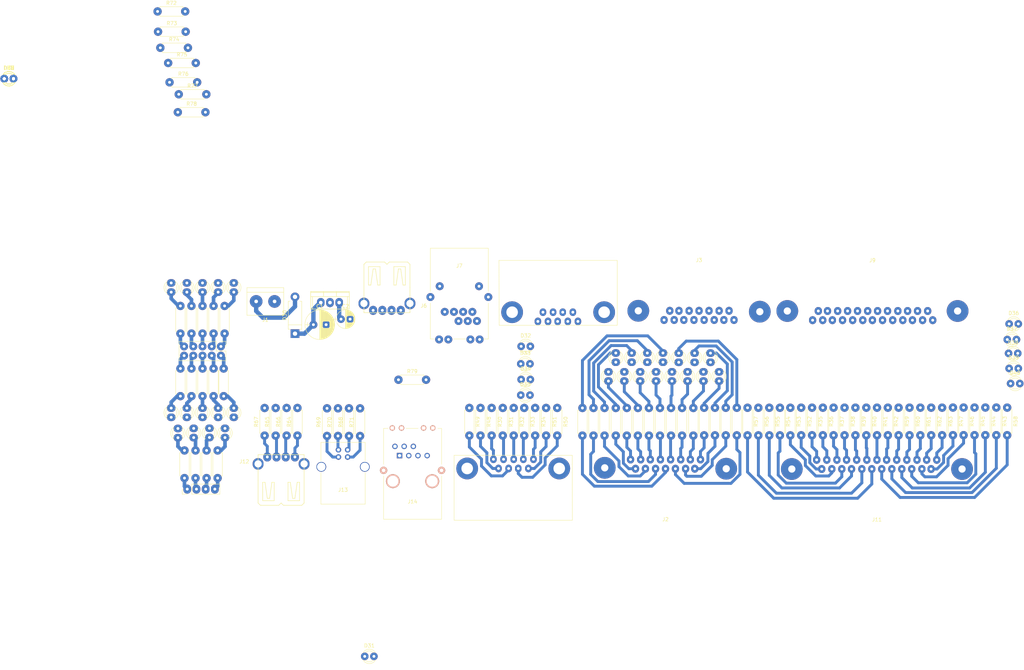
<source format=kicad_pcb>
(kicad_pcb (version 4) (host pcbnew 4.0.6+dfsg1-1)
  (layers (0 F.Cu signal) (31 B.Cu signal) (34 B.Paste user) (35 F.Paste user) (36 B.SilkS user) (37 F.SilkS user) (38 B.Mask user) (39 F.Mask user) (44 Edge.Cuts user))
  (net 0 "")
  (net 1 "Net-(C1-Pad1)")
  (net 2 GND)
  (net 3 +5V)
  (net 4 "Net-(D1-Pad2)")
  (net 5 "Net-(D2-Pad2)")
  (net 6 "Net-(D3-Pad2)")
  (net 7 "Net-(D4-Pad2)")
  (net 8 "Net-(D5-Pad2)")
  (net 9 "Net-(D6-Pad2)")
  (net 10 "Net-(D7-Pad2)")
  (net 11 "Net-(D8-Pad2)")
  (net 12 "Net-(D9-Pad2)")
  (net 13 "Net-(D10-Pad2)")
  (net 14 "Net-(D11-Pad2)")
  (net 15 "Net-(D12-Pad2)")
  (net 16 "Net-(D13-Pad2)")
  (net 17 "Net-(D14-Pad2)")
  (net 18 "Net-(D15-Pad2)")
  (net 19 "Net-(D16-Pad2)")
  (net 20 "Net-(D17-Pad2)")
  (net 21 "Net-(D18-Pad2)")
  (net 22 "Net-(D19-Pad2)")
  (net 23 "Net-(D20-Pad2)")
  (net 24 "Net-(D21-Pad2)")
  (net 25 "Net-(D22-Pad2)")
  (net 26 "Net-(D23-Pad2)")
  (net 27 "Net-(D24-Pad1)")
  (net 28 "Net-(D24-Pad2)")
  (net 29 "Net-(D25-Pad2)")
  (net 30 "Net-(D26-Pad2)")
  (net 31 "Net-(D27-Pad2)")
  (net 32 "Net-(D28-Pad2)")
  (net 33 "Net-(D29-Pad2)")
  (net 34 "Net-(J2-Pad1)")
  (net 35 "Net-(J2-Pad2)")
  (net 36 "Net-(J2-Pad3)")
  (net 37 "Net-(J2-Pad4)")
  (net 38 "Net-(J2-Pad5)")
  (net 39 "Net-(J2-Pad6)")
  (net 40 "Net-(J2-Pad7)")
  (net 41 "Net-(J2-Pad8)")
  (net 42 "Net-(J2-Pad9)")
  (net 43 "Net-(J2-Pad10)")
  (net 44 "Net-(J2-Pad11)")
  (net 45 "Net-(J2-Pad12)")
  (net 46 "Net-(J2-Pad13)")
  (net 47 "Net-(J2-Pad14)")
  (net 48 "Net-(J2-Pad15)")
  (net 49 "Net-(J4-Pad1)")
  (net 50 "Net-(J4-Pad2)")
  (net 51 "Net-(J4-Pad3)")
  (net 52 "Net-(J4-Pad4)")
  (net 53 "Net-(J5-Pad1)")
  (net 54 "Net-(J5-Pad2)")
  (net 55 "Net-(J5-Pad3)")
  (net 56 "Net-(J5-Pad4)")
  (net 57 "Net-(J5-Pad5)")
  (net 58 "Net-(J5-Pad6)")
  (net 59 "Net-(J5-Pad7)")
  (net 60 "Net-(J5-Pad8)")
  (net 61 "Net-(J5-Pad9)")
  (net 62 "Net-(J5-Pad10)")
  (net 63 "Net-(D30-Pad2)")
  (net 64 "Net-(D10-Pad1)")
  (net 65 "Net-(D31-Pad2)")
  (net 66 "Net-(D32-Pad2)")
  (net 67 "Net-(D33-Pad2)")
  (net 68 "Net-(D34-Pad2)")
  (net 69 "Net-(D35-Pad2)")
  (net 70 "Net-(D36-Pad2)")
  (net 71 "Net-(D37-Pad2)")
  (net 72 "Net-(D38-Pad2)")
  (net 73 "Net-(D39-Pad2)")
  (net 74 "Net-(D40-Pad2)")
  (net 75 "Net-(D41-Pad2)")
  (net 76 "Net-(D42-Pad2)")
  (net 77 "Net-(D43-Pad2)")
  (net 78 "Net-(D44-Pad2)")
  (net 79 "Net-(D45-Pad2)")
  (net 80 "Net-(D46-Pad2)")
  (net 81 "Net-(D47-Pad2)")
  (net 82 "Net-(D48-Pad2)")
  (net 83 "Net-(D49-Pad2)")
  (net 84 "Net-(D50-Pad2)")
  (net 85 "Net-(D51-Pad2)")
  (net 86 "Net-(D52-Pad2)")
  (net 87 "Net-(D53-Pad2)")
  (net 88 "Net-(D54-Pad2)")
  (net 89 "Net-(D55-Pad2)")
  (net 90 "Net-(D56-Pad2)")
  (net 91 "Net-(D57-Pad2)")
  (net 92 "Net-(D58-Pad2)")
  (net 93 "Net-(D59-Pad2)")
  (net 94 "Net-(D60-Pad2)")
  (net 95 "Net-(D61-Pad2)")
  (net 96 "Net-(D62-Pad2)")
  (net 97 "Net-(D63-Pad2)")
  (net 98 "Net-(D64-Pad2)")
  (net 99 "Net-(D65-Pad2)")
  (net 100 "Net-(D66-Pad2)")
  (net 101 "Net-(D67-Pad2)")
  (net 102 "Net-(D68-Pad2)")
  (net 103 "Net-(D69-Pad2)")
  (net 104 "Net-(D70-Pad2)")
  (net 105 "Net-(D71-Pad2)")
  (net 106 "Net-(D72-Pad2)")
  (net 107 "Net-(D73-Pad2)")
  (net 108 "Net-(D74-Pad2)")
  (net 109 "Net-(D75-Pad2)")
  (net 110 "Net-(D76-Pad2)")
  (net 111 "Net-(D77-Pad2)")
  (net 112 "Net-(D78-Pad2)")
  (net 113 "Net-(D79-Pad2)")
  (net 114 "Net-(D80-Pad2)")
  (net 115 "Net-(J10-Pad1)")
  (net 116 "Net-(J10-Pad2)")
  (net 117 "Net-(J10-Pad3)")
  (net 118 "Net-(J10-Pad4)")
  (net 119 "Net-(J10-Pad5)")
  (net 120 "Net-(J10-Pad6)")
  (net 121 "Net-(J10-Pad7)")
  (net 122 "Net-(J10-Pad8)")
  (net 123 "Net-(J10-Pad9)")
  (net 124 "Net-(J11-Pad1)")
  (net 125 "Net-(J11-Pad2)")
  (net 126 "Net-(J11-Pad3)")
  (net 127 "Net-(J11-Pad4)")
  (net 128 "Net-(J11-Pad5)")
  (net 129 "Net-(J11-Pad6)")
  (net 130 "Net-(J11-Pad7)")
  (net 131 "Net-(J11-Pad8)")
  (net 132 "Net-(J11-Pad9)")
  (net 133 "Net-(J11-Pad10)")
  (net 134 "Net-(J11-Pad11)")
  (net 135 "Net-(J11-Pad12)")
  (net 136 "Net-(J11-Pad13)")
  (net 137 "Net-(J11-Pad14)")
  (net 138 "Net-(J11-Pad15)")
  (net 139 "Net-(J11-Pad16)")
  (net 140 "Net-(J11-Pad17)")
  (net 141 "Net-(J11-Pad18)")
  (net 142 "Net-(J11-Pad19)")
  (net 143 "Net-(J11-Pad20)")
  (net 144 "Net-(J11-Pad21)")
  (net 145 "Net-(J11-Pad22)")
  (net 146 "Net-(J11-Pad23)")
  (net 147 "Net-(J11-Pad24)")
  (net 148 "Net-(J11-Pad25)")
  (net 149 "Net-(J12-Pad2)")
  (net 150 "Net-(J12-Pad3)")
  (net 151 "Net-(J12-Pad1)")
  (net 152 "Net-(J13-Pad2)")
  (net 153 "Net-(J13-Pad1)")
  (net 154 "Net-(J13-Pad3)")
  (net 155 "Net-(J14-Pad1)")
  (net 156 "Net-(J14-Pad2)")
  (net 157 "Net-(J14-Pad3)")
  (net 158 "Net-(J14-Pad4)")
  (net 159 "Net-(J14-Pad5)")
  (net 160 "Net-(J14-Pad6)")
  (net 161 "Net-(J14-Pad7)")
  (net 162 "Net-(J14-Pad8)")
  (net 163 "Net-(J12-Pad4)")
  (net 164 "Net-(J13-Pad4)")
  (module modFiles:Diode_Small (layer F.Cu) (at 80.2386 70.36054 90)
    (fp_text reference D30 (at 5.08 -2.86 90) (layer F.SilkS))
    (fp_text value D)
    (pad 1 thru_hole rect (at 0 0 90) (size 2.4 2.4) (drill 1.2) (layers *.Cu *.Mask) (net 1 "Net-(C1-Pad1)"))
    (pad 2 thru_hole oval (at 10.16 0 90) (size 2.4 2.4) (drill 1.2) (layers *.Cu *.Mask) (net 63 "Net-(D30-Pad2)"))
  )
  (module Connectors:RJ45_TRANSFO_ver2 (layer F.Cu) (at 129.1844 64.3382 180)
    (fp_text reference J7 (at 3.59 12.7 180) (layer F.SilkS))
    (fp_text value RJ45)
    (pad Hole thru_hole circle (at 9.01 7.07 180) (size 2.2 2.2) (drill 0.8) (layers *.Cu *.Mask))
    (pad Hole thru_hole circle (at -1.84 7.06 180) (size 2.2 2.2) (drill 0.8) (layers *.Cu *.Mask))
    (pad 1 thru_hole circle (at 0 0 180) (size 2.2 2.2) (drill 0.8) (layers *.Cu *.Mask) (net 3 +5V))
    (pad 2 thru_hole circle (at -1.27 -2.54 180) (size 2.2 2.2) (drill 0.8) (layers *.Cu *.Mask) (net 3 +5V))
    (pad 3 thru_hole circle (at 2.54 0 180) (size 2.2 2.2) (drill 0.8) (layers *.Cu *.Mask) (net 3 +5V))
    (pad 4 thru_hole circle (at 1.27 -2.54 180) (size 2.2 2.2) (drill 0.8) (layers *.Cu *.Mask) (net 3 +5V))
    (pad 5 thru_hole circle (at 5.08 0 180) (size 2.2 2.2) (drill 0.8) (layers *.Cu *.Mask) (net 3 +5V))
    (pad 6 thru_hole circle (at 3.81 -2.54 180) (size 2.2 2.2) (drill 0.8) (layers *.Cu *.Mask) (net 3 +5V))
    (pad 7 thru_hole circle (at 7.62 0 180) (size 2.2 2.2) (drill 0.8) (layers *.Cu *.Mask) (net 3 +5V))
    (pad 9 thru_hole circle (at 11.58 4.08 180) (size 2.2 2.2) (drill 0.8) (layers *.Cu *.Mask) (net 2 GND))
    (pad 9 thru_hole circle (at -4.41 4.08 180) (size 2.2 2.2) (drill 0.8) (layers *.Cu *.Mask) (net 2 GND))
    (pad Hole thru_hole circle (at 0.54 -7.62 180) (size 2.2 2.2) (drill 0.8) (layers *.Cu *.Mask))
    (pad Hole thru_hole circle (at 6.63 -7.62 180) (size 2.2 2.2) (drill 0.8) (layers *.Cu *.Mask))
    (pad Hole thru_hole circle (at -2 -7.62 180) (size 2.2 2.2) (drill 0.8) (layers *.Cu *.Mask))
    (pad Hole thru_hole circle (at 9.17 -7.62 180) (size 2.2 2.2) (drill 0.8) (layers *.Cu *.Mask))
  )
  (module modFiles:Capacitor_100uF (layer F.Cu) (at 85.3186 67.88404)
    (fp_text reference C1 (at 1.75 -5.06) (layer F.SilkS))
    (fp_text value C hide)
    (pad 1 thru_hole circle (at 0 0) (size 2.2 2.2) (drill 0.8) (layers *.Cu *.Mask) (net 1 "Net-(C1-Pad1)"))
    (pad 2 thru_hole circle (at 3.5 0) (size 2.2 2.2) (drill 0.8) (layers *.Cu *.Mask) (net 2 GND))
  )
  (module modFiles:Capacitor_10uF (layer F.Cu) (at 92.9386 66.36004)
    (fp_text reference C2 (at 1.25 -3.56) (layer F.SilkS))
    (fp_text value C hide)
    (pad 1 thru_hole circle (at 0 0) (size 2.1 2.1) (drill 0.8) (layers *.Cu *.Mask) (net 3 +5V))
    (pad 2 thru_hole circle (at 2.5 0) (size 2.1 2.1) (drill 0.8) (layers *.Cu *.Mask) (net 2 GND))
  )
  (module modFiles:LED_D3.0mm (layer F.Cu) (at 166.7383 80.90408 270)
    (fp_text reference D1 hide)
    (fp_text value LED hide)
    (pad 1 thru_hole oval (at 0 0 270) (size 2.1 2.4) (drill 0.8) (layers *.Cu *.Mask) (net 2 GND))
    (pad 2 thru_hole oval (at 2.54 0 270) (size 2.1 2.4) (drill 0.8) (layers *.Cu *.Mask) (net 4 "Net-(D1-Pad2)"))
  )
  (module modFiles:LED_D3.0mm (layer F.Cu) (at 171.1198 80.90408 270)
    (fp_text reference D2 hide)
    (fp_text value LED hide)
    (pad 1 thru_hole oval (at 0 0 270) (size 2.1 2.4) (drill 0.8) (layers *.Cu *.Mask) (net 2 GND))
    (pad 2 thru_hole oval (at 2.54 0 270) (size 2.1 2.4) (drill 0.8) (layers *.Cu *.Mask) (net 5 "Net-(D2-Pad2)"))
  )
  (module modFiles:LED_D3.0mm (layer F.Cu) (at 175.5013 80.90408 270)
    (fp_text reference D3 hide)
    (fp_text value LED hide)
    (pad 1 thru_hole oval (at 0 0 270) (size 2.1 2.4) (drill 0.8) (layers *.Cu *.Mask) (net 2 GND))
    (pad 2 thru_hole oval (at 2.54 0 270) (size 2.1 2.4) (drill 0.8) (layers *.Cu *.Mask) (net 6 "Net-(D3-Pad2)"))
  )
  (module modFiles:LED_D3.0mm (layer F.Cu) (at 179.8828 80.90408 270)
    (fp_text reference D4 hide)
    (fp_text value LED hide)
    (pad 1 thru_hole oval (at 0 0 270) (size 2.1 2.4) (drill 0.8) (layers *.Cu *.Mask) (net 2 GND))
    (pad 2 thru_hole oval (at 2.54 0 270) (size 2.1 2.4) (drill 0.8) (layers *.Cu *.Mask) (net 7 "Net-(D4-Pad2)"))
  )
  (module modFiles:LED_D3.0mm (layer F.Cu) (at 184.2643 80.90408 270)
    (fp_text reference D5 hide)
    (fp_text value LED hide)
    (pad 1 thru_hole oval (at 0 0 270) (size 2.1 2.4) (drill 0.8) (layers *.Cu *.Mask) (net 2 GND))
    (pad 2 thru_hole oval (at 2.54 0 270) (size 2.1 2.4) (drill 0.8) (layers *.Cu *.Mask) (net 8 "Net-(D5-Pad2)"))
  )
  (module modFiles:LED_D3.0mm (layer F.Cu) (at 188.5823 80.90408 270)
    (fp_text reference D6 hide)
    (fp_text value LED hide)
    (pad 1 thru_hole oval (at 0 0 270) (size 2.1 2.4) (drill 0.8) (layers *.Cu *.Mask) (net 2 GND))
    (pad 2 thru_hole oval (at 2.54 0 270) (size 2.1 2.4) (drill 0.8) (layers *.Cu *.Mask) (net 9 "Net-(D6-Pad2)"))
  )
  (module modFiles:LED_D3.0mm (layer F.Cu) (at 192.9638 80.90408 270)
    (fp_text reference D7 hide)
    (fp_text value LED hide)
    (pad 1 thru_hole oval (at 0 0 270) (size 2.1 2.4) (drill 0.8) (layers *.Cu *.Mask) (net 2 GND))
    (pad 2 thru_hole oval (at 2.54 0 270) (size 2.1 2.4) (drill 0.8) (layers *.Cu *.Mask) (net 10 "Net-(D7-Pad2)"))
  )
  (module modFiles:LED_D3.0mm (layer F.Cu) (at 197.2818 80.90408 270)
    (fp_text reference D8 hide)
    (fp_text value LED hide)
    (pad 1 thru_hole oval (at 0 0 270) (size 2.1 2.4) (drill 0.8) (layers *.Cu *.Mask) (net 2 GND))
    (pad 2 thru_hole oval (at 2.54 0 270) (size 2.1 2.4) (drill 0.8) (layers *.Cu *.Mask) (net 11 "Net-(D8-Pad2)"))
  )
  (module modFiles:LED_D3.0mm (layer F.Cu) (at 59.0296 56.3626 270)
    (fp_text reference D9 hide)
    (fp_text value LED hide)
    (pad 1 thru_hole oval (at 0 0 270) (size 2.1 2.4) (drill 0.8) (layers *.Cu *.Mask) (net 64 "Net-(D10-Pad1)"))
    (pad 2 thru_hole oval (at 2.54 0 270) (size 2.1 2.4) (drill 0.8) (layers *.Cu *.Mask) (net 12 "Net-(D9-Pad2)"))
  )
  (module modFiles:LED_D3.0mm (layer F.Cu) (at 50.3936 56.3626 270)
    (fp_text reference D10 hide)
    (fp_text value LED hide)
    (pad 1 thru_hole oval (at 0 0 270) (size 2.1 2.4) (drill 0.8) (layers *.Cu *.Mask) (net 64 "Net-(D10-Pad1)"))
    (pad 2 thru_hole oval (at 2.54 0 270) (size 2.1 2.4) (drill 0.8) (layers *.Cu *.Mask) (net 13 "Net-(D10-Pad2)"))
  )
  (module modFiles:LED_D3.0mm (layer F.Cu) (at 168.7703 78.23708 90)
    (fp_text reference D11 hide)
    (fp_text value LED hide)
    (pad 1 thru_hole oval (at 0 0 90) (size 2.1 2.4) (drill 0.8) (layers *.Cu *.Mask) (net 2 GND))
    (pad 2 thru_hole oval (at 2.54 0 90) (size 2.1 2.4) (drill 0.8) (layers *.Cu *.Mask) (net 14 "Net-(D11-Pad2)"))
  )
  (module modFiles:LED_D3.0mm (layer F.Cu) (at 173.1518 78.23708 90)
    (fp_text reference D12 hide)
    (fp_text value LED hide)
    (pad 1 thru_hole oval (at 0 0 90) (size 2.1 2.4) (drill 0.8) (layers *.Cu *.Mask) (net 2 GND))
    (pad 2 thru_hole oval (at 2.54 0 90) (size 2.1 2.4) (drill 0.8) (layers *.Cu *.Mask) (net 15 "Net-(D12-Pad2)"))
  )
  (module modFiles:LED_D3.0mm (layer F.Cu) (at 177.4698 78.23708 90)
    (fp_text reference D13 hide)
    (fp_text value LED hide)
    (pad 1 thru_hole oval (at 0 0 90) (size 2.1 2.4) (drill 0.8) (layers *.Cu *.Mask) (net 2 GND))
    (pad 2 thru_hole oval (at 2.54 0 90) (size 2.1 2.4) (drill 0.8) (layers *.Cu *.Mask) (net 16 "Net-(D13-Pad2)"))
  )
  (module modFiles:LED_D3.0mm (layer F.Cu) (at 181.7878 78.23708 90)
    (fp_text reference D14 hide)
    (fp_text value LED hide)
    (pad 1 thru_hole oval (at 0 0 90) (size 2.1 2.4) (drill 0.8) (layers *.Cu *.Mask) (net 2 GND))
    (pad 2 thru_hole oval (at 2.54 0 90) (size 2.1 2.4) (drill 0.8) (layers *.Cu *.Mask) (net 17 "Net-(D14-Pad2)"))
  )
  (module modFiles:LED_D3.0mm (layer F.Cu) (at 186.13755 78.26883 90)
    (fp_text reference D15 hide)
    (fp_text value LED hide)
    (pad 1 thru_hole oval (at 0 0 90) (size 2.1 2.4) (drill 0.8) (layers *.Cu *.Mask) (net 2 GND))
    (pad 2 thru_hole oval (at 2.54 0 90) (size 2.1 2.4) (drill 0.8) (layers *.Cu *.Mask) (net 18 "Net-(D15-Pad2)"))
  )
  (module modFiles:LED_D3.0mm (layer F.Cu) (at 190.51905 78.26883 90)
    (fp_text reference D16 hide)
    (fp_text value LED hide)
    (pad 1 thru_hole oval (at 0 0 90) (size 2.1 2.4) (drill 0.8) (layers *.Cu *.Mask) (net 2 GND))
    (pad 2 thru_hole oval (at 2.54 0 90) (size 2.1 2.4) (drill 0.8) (layers *.Cu *.Mask) (net 19 "Net-(D16-Pad2)"))
  )
  (module modFiles:LED_D3.0mm (layer F.Cu) (at 194.90055 78.26883 90)
    (fp_text reference D17 hide)
    (fp_text value LED hide)
    (pad 1 thru_hole oval (at 0 0 90) (size 2.1 2.4) (drill 0.8) (layers *.Cu *.Mask) (net 2 GND))
    (pad 2 thru_hole oval (at 2.54 0 90) (size 2.1 2.4) (drill 0.8) (layers *.Cu *.Mask) (net 20 "Net-(D17-Pad2)"))
  )
  (module modFiles:LED_D3.0mm (layer F.Cu) (at 63.3476 56.3626 270)
    (fp_text reference D18 hide)
    (fp_text value LED hide)
    (pad 1 thru_hole oval (at 0 0 270) (size 2.1 2.4) (drill 0.8) (layers *.Cu *.Mask) (net 64 "Net-(D10-Pad1)"))
    (pad 2 thru_hole oval (at 2.54 0 270) (size 2.1 2.4) (drill 0.8) (layers *.Cu *.Mask) (net 21 "Net-(D18-Pad2)"))
  )
  (module modFiles:LED_D3.0mm (layer F.Cu) (at 54.7116 56.3626 270)
    (fp_text reference D19 hide)
    (fp_text value LED hide)
    (pad 1 thru_hole oval (at 0 0 270) (size 2.1 2.4) (drill 0.8) (layers *.Cu *.Mask) (net 64 "Net-(D10-Pad1)"))
    (pad 2 thru_hole oval (at 2.54 0 270) (size 2.1 2.4) (drill 0.8) (layers *.Cu *.Mask) (net 22 "Net-(D19-Pad2)"))
  )
  (module modFiles:LED_D3.0mm (layer F.Cu) (at 46.0756 56.3626 270)
    (fp_text reference D20 hide)
    (fp_text value LED hide)
    (pad 1 thru_hole oval (at 0 0 270) (size 2.1 2.4) (drill 0.8) (layers *.Cu *.Mask) (net 64 "Net-(D10-Pad1)"))
    (pad 2 thru_hole oval (at 2.54 0 270) (size 2.1 2.4) (drill 0.8) (layers *.Cu *.Mask) (net 23 "Net-(D20-Pad2)"))
  )
  (module modFiles:LED_D3.0mm (layer F.Cu) (at 60.91555 96.50095 270)
    (fp_text reference D21 hide)
    (fp_text value LED hide)
    (pad 1 thru_hole oval (at 0 0 270) (size 2.1 2.4) (drill 0.8) (layers *.Cu *.Mask) (net 2 GND))
    (pad 2 thru_hole oval (at 2.54 0 270) (size 2.1 2.4) (drill 0.8) (layers *.Cu *.Mask) (net 24 "Net-(D21-Pad2)"))
  )
  (module modFiles:LED_D3.0mm (layer F.Cu) (at 52.27955 96.50095 270)
    (fp_text reference D22 hide)
    (fp_text value LED hide)
    (pad 1 thru_hole oval (at 0 0 270) (size 2.1 2.4) (drill 0.8) (layers *.Cu *.Mask) (net 2 GND))
    (pad 2 thru_hole oval (at 2.54 0 270) (size 2.1 2.4) (drill 0.8) (layers *.Cu *.Mask) (net 25 "Net-(D22-Pad2)"))
  )
  (module modFiles:LED_D3.0mm (layer F.Cu) (at 63.3476 93.4466 90)
    (fp_text reference D23 hide)
    (fp_text value LED hide)
    (pad 1 thru_hole oval (at 0 0 90) (size 2.1 2.4) (drill 0.8) (layers *.Cu *.Mask) (net 64 "Net-(D10-Pad1)"))
    (pad 2 thru_hole oval (at 2.54 0 90) (size 2.1 2.4) (drill 0.8) (layers *.Cu *.Mask) (net 26 "Net-(D23-Pad2)"))
  )
  (module modFiles:LED_D3.0mm (layer F.Cu) (at 54.7116 93.4466 90)
    (fp_text reference D24 hide)
    (fp_text value LED hide)
    (pad 1 thru_hole oval (at 0 0 90) (size 2.1 2.4) (drill 0.8) (layers *.Cu *.Mask) (net 27 "Net-(D24-Pad1)"))
    (pad 2 thru_hole oval (at 2.54 0 90) (size 2.1 2.4) (drill 0.8) (layers *.Cu *.Mask) (net 28 "Net-(D24-Pad2)"))
  )
  (module modFiles:LED_D3.0mm (layer F.Cu) (at 46.0756 93.4466 90)
    (fp_text reference D25 hide)
    (fp_text value LED hide)
    (pad 1 thru_hole oval (at 0 0 90) (size 2.1 2.4) (drill 0.8) (layers *.Cu *.Mask) (net 64 "Net-(D10-Pad1)"))
    (pad 2 thru_hole oval (at 2.54 0 90) (size 2.1 2.4) (drill 0.8) (layers *.Cu *.Mask) (net 29 "Net-(D25-Pad2)"))
  )
  (module modFiles:LED_D3.0mm (layer F.Cu) (at 56.6293 96.4692 270)
    (fp_text reference D26 hide)
    (fp_text value LED hide)
    (pad 1 thru_hole oval (at 0 0 270) (size 2.1 2.4) (drill 0.8) (layers *.Cu *.Mask) (net 2 GND))
    (pad 2 thru_hole oval (at 2.54 0 270) (size 2.1 2.4) (drill 0.8) (layers *.Cu *.Mask) (net 30 "Net-(D26-Pad2)"))
  )
  (module modFiles:LED_D3.0mm (layer F.Cu) (at 47.9298 96.5327 270)
    (fp_text reference D27 hide)
    (fp_text value LED hide)
    (pad 1 thru_hole oval (at 0 0 270) (size 2.1 2.4) (drill 0.8) (layers *.Cu *.Mask) (net 2 GND))
    (pad 2 thru_hole oval (at 2.54 0 270) (size 2.1 2.4) (drill 0.8) (layers *.Cu *.Mask) (net 31 "Net-(D27-Pad2)"))
  )
  (module modFiles:LED_D3.0mm (layer F.Cu) (at 59.0296 93.4466 90)
    (fp_text reference D28 hide)
    (fp_text value LED hide)
    (pad 1 thru_hole oval (at 0 0 90) (size 2.1 2.4) (drill 0.8) (layers *.Cu *.Mask) (net 64 "Net-(D10-Pad1)"))
    (pad 2 thru_hole oval (at 2.54 0 90) (size 2.1 2.4) (drill 0.8) (layers *.Cu *.Mask) (net 32 "Net-(D28-Pad2)"))
  )
  (module modFiles:LED_D3.0mm (layer F.Cu) (at 50.3936 93.4466 90)
    (fp_text reference D29 hide)
    (fp_text value LED hide)
    (pad 1 thru_hole oval (at 0 0 90) (size 2.1 2.4) (drill 0.8) (layers *.Cu *.Mask) (net 64 "Net-(D10-Pad1)"))
    (pad 2 thru_hole oval (at 2.54 0 90) (size 2.1 2.4) (drill 0.8) (layers *.Cu *.Mask) (net 33 "Net-(D29-Pad2)"))
  )
  (module modFiles:Connector_DB15 (layer F.Cu) (at 192.1383 105.09758 180)
    (fp_text reference J2 (at 9.65 -16.51 180) (layer F.SilkS))
    (fp_text value DB15_FEMALE)
    (pad 0 thru_hole oval (at 26.42 -2.29 180) (size 6 6) (drill 2) (layers *.Cu *.Mask))
    (pad 0 thru_hole oval (at -7.11 -2.54 180) (size 6 6) (drill 2) (layers *.Cu *.Mask))
    (pad 1 thru_hole oval (at 0 0 180) (size 2 2.2) (drill 0.8) (layers *.Cu *.Mask) (net 34 "Net-(J2-Pad1)"))
    (pad 2 thru_hole oval (at 2.79 0 180) (size 2 2.2) (drill 0.8) (layers *.Cu *.Mask) (net 35 "Net-(J2-Pad2)"))
    (pad 3 thru_hole oval (at 5.46 0 180) (size 2 2.2) (drill 0.8) (layers *.Cu *.Mask) (net 36 "Net-(J2-Pad3)"))
    (pad 4 thru_hole oval (at 8.25 0 180) (size 2 2.2) (drill 0.8) (layers *.Cu *.Mask) (net 37 "Net-(J2-Pad4)"))
    (pad 5 thru_hole oval (at 11.05 0 180) (size 2 2.2) (drill 0.8) (layers *.Cu *.Mask) (net 38 "Net-(J2-Pad5)"))
    (pad 6 thru_hole oval (at 13.84 0 180) (size 2 2.2) (drill 0.8) (layers *.Cu *.Mask) (net 39 "Net-(J2-Pad6)"))
    (pad 7 thru_hole oval (at 16.51 0 180) (size 2 2.2) (drill 0.8) (layers *.Cu *.Mask) (net 40 "Net-(J2-Pad7)"))
    (pad 8 thru_hole oval (at 19.3 0 180) (size 2 2.2) (drill 0.8) (layers *.Cu *.Mask) (net 41 "Net-(J2-Pad8)"))
    (pad 9 thru_hole oval (at 1.57 -2.54 180) (size 2 2.2) (drill 0.8) (layers *.Cu *.Mask) (net 42 "Net-(J2-Pad9)"))
    (pad 10 thru_hole oval (at 4.11 -2.54 180) (size 2 2.2) (drill 0.8) (layers *.Cu *.Mask) (net 43 "Net-(J2-Pad10)"))
    (pad 11 thru_hole oval (at 6.91 -2.54 180) (size 2 2.2) (drill 0.8) (layers *.Cu *.Mask) (net 44 "Net-(J2-Pad11)"))
    (pad 12 thru_hole oval (at 9.65 -2.54 180) (size 2 2.2) (drill 0.8) (layers *.Cu *.Mask) (net 45 "Net-(J2-Pad12)"))
    (pad 13 thru_hole oval (at 12.4 -2.54 180) (size 2 2.2) (drill 0.8) (layers *.Cu *.Mask) (net 46 "Net-(J2-Pad13)"))
    (pad 14 thru_hole oval (at 15.19 -2.54 180) (size 2 2.2) (drill 0.8) (layers *.Cu *.Mask) (net 47 "Net-(J2-Pad14)"))
    (pad 15 thru_hole oval (at 17.93 -2.54 180) (size 2 2.2) (drill 0.8) (layers *.Cu *.Mask) (net 48 "Net-(J2-Pad15)"))
  )
  (module modFiles:Connector_DB15 (layer F.Cu) (at 182.0926 66.58864)
    (fp_text reference J3 (at 9.65 -16.51) (layer F.SilkS))
    (fp_text value DB15_FEMALE)
    (pad 0 thru_hole oval (at 26.42 -2.29) (size 6 6) (drill 2) (layers *.Cu *.Mask))
    (pad 0 thru_hole oval (at -7.11 -2.54) (size 6 6) (drill 2) (layers *.Cu *.Mask))
    (pad 1 thru_hole oval (at 0 0) (size 2 2.2) (drill 0.8) (layers *.Cu *.Mask) (net 3 +5V))
    (pad 2 thru_hole oval (at 2.79 0) (size 2 2.2) (drill 0.8) (layers *.Cu *.Mask) (net 3 +5V))
    (pad 3 thru_hole oval (at 5.46 0) (size 2 2.2) (drill 0.8) (layers *.Cu *.Mask) (net 3 +5V))
    (pad 4 thru_hole oval (at 8.25 0) (size 2 2.2) (drill 0.8) (layers *.Cu *.Mask) (net 3 +5V))
    (pad 5 thru_hole oval (at 11.05 0) (size 2 2.2) (drill 0.8) (layers *.Cu *.Mask) (net 3 +5V))
    (pad 6 thru_hole oval (at 13.84 0) (size 2 2.2) (drill 0.8) (layers *.Cu *.Mask) (net 3 +5V))
    (pad 7 thru_hole oval (at 16.51 0) (size 2 2.2) (drill 0.8) (layers *.Cu *.Mask) (net 3 +5V))
    (pad 8 thru_hole oval (at 19.3 0) (size 2 2.2) (drill 0.8) (layers *.Cu *.Mask) (net 3 +5V))
    (pad 9 thru_hole oval (at 1.57 -2.54) (size 2 2.2) (drill 0.8) (layers *.Cu *.Mask) (net 3 +5V))
    (pad 10 thru_hole oval (at 4.11 -2.54) (size 2 2.2) (drill 0.8) (layers *.Cu *.Mask) (net 3 +5V))
    (pad 11 thru_hole oval (at 6.91 -2.54) (size 2 2.2) (drill 0.8) (layers *.Cu *.Mask) (net 3 +5V))
    (pad 12 thru_hole oval (at 9.65 -2.54) (size 2 2.2) (drill 0.8) (layers *.Cu *.Mask) (net 3 +5V))
    (pad 13 thru_hole oval (at 12.4 -2.54) (size 2 2.2) (drill 0.8) (layers *.Cu *.Mask) (net 3 +5V))
    (pad 14 thru_hole oval (at 15.19 -2.54) (size 2 2.2) (drill 0.8) (layers *.Cu *.Mask) (net 3 +5V))
    (pad 15 thru_hole oval (at 17.93 -2.54) (size 2 2.2) (drill 0.8) (layers *.Cu *.Mask) (net 3 +5V))
  )
  (module Pin_Headers:Pin_Header_Straight_1x04_Pitch2.54mm (layer F.Cu) (at 50.50155 113.26495 90)
    (fp_text reference J4 hide)
    (fp_text value CONN_01X04 hide)
    (pad 1 thru_hole oval (at 0 0 90) (size 2.5 2.15) (drill 0.8) (layers *.Cu *.Mask) (net 49 "Net-(J4-Pad1)"))
    (pad 2 thru_hole oval (at 0 2.54 90) (size 2.5 2.15) (drill 0.8) (layers *.Cu *.Mask) (net 50 "Net-(J4-Pad2)"))
    (pad 3 thru_hole oval (at 0 5.08 90) (size 2.5 2.15) (drill 0.8) (layers *.Cu *.Mask) (net 51 "Net-(J4-Pad3)"))
    (pad 4 thru_hole oval (at 0 7.62 90) (size 2.5 2.15) (drill 0.8) (layers *.Cu *.Mask) (net 52 "Net-(J4-Pad4)"))
  )
  (module Pin_Headers:Pin_Header_Straight_2x05_Pitch2.54mm (layer F.Cu) (at 59.7916 73.8886 270)
    (fp_text reference J5 hide)
    (fp_text value CONN_02X05 hide)
    (pad 1 thru_hole oval (at 0 0 270) (size 2.2 2.2) (drill 0.8) (layers *.Cu *.Mask) (net 53 "Net-(J5-Pad1)"))
    (pad 2 thru_hole oval (at 2.54 0 270) (size 2.2 2.2) (drill 0.8) (layers *.Cu *.Mask) (net 54 "Net-(J5-Pad2)"))
    (pad 3 thru_hole oval (at 0 2.54 270) (size 2.2 2.2) (drill 0.8) (layers *.Cu *.Mask) (net 55 "Net-(J5-Pad3)"))
    (pad 4 thru_hole oval (at 2.54 2.54 270) (size 2.2 2.2) (drill 0.8) (layers *.Cu *.Mask) (net 56 "Net-(J5-Pad4)"))
    (pad 5 thru_hole oval (at 0 5.08 270) (size 2.2 2.2) (drill 0.8) (layers *.Cu *.Mask) (net 57 "Net-(J5-Pad5)"))
    (pad 6 thru_hole oval (at 2.54 5.08 270) (size 2.2 2.2) (drill 0.8) (layers *.Cu *.Mask) (net 58 "Net-(J5-Pad6)"))
    (pad 7 thru_hole oval (at 0 7.62 270) (size 2.2 2.2) (drill 0.8) (layers *.Cu *.Mask) (net 59 "Net-(J5-Pad7)"))
    (pad 8 thru_hole oval (at 2.54 7.62 270) (size 2.2 2.2) (drill 0.8) (layers *.Cu *.Mask) (net 60 "Net-(J5-Pad8)"))
    (pad 9 thru_hole oval (at 0 10.16 270) (size 2.2 2.2) (drill 0.8) (layers *.Cu *.Mask) (net 61 "Net-(J5-Pad9)"))
    (pad 10 thru_hole oval (at 2.54 10.16 270) (size 2.2 2.2) (drill 0.8) (layers *.Cu *.Mask) (net 62 "Net-(J5-Pad10)"))
  )
  (module modFiles:Resistor_small (layer F.Cu) (at 171.8183 90.87358 270)
    (fp_text reference R1 hide)
    (fp_text value R hide)
    (pad 1 thru_hole circle (at 0 0 270) (size 2.3 2.3) (drill 0.8) (layers *.Cu *.Mask) (net 4 "Net-(D1-Pad2)"))
    (pad 2 thru_hole circle (at 7.62 0 270) (size 2.3 2.3) (drill 0.8) (layers *.Cu *.Mask) (net 41 "Net-(J2-Pad8)"))
  )
  (module modFiles:Resistor_small (layer F.Cu) (at 174.8663 90.87358 270)
    (fp_text reference R2 hide)
    (fp_text value R hide)
    (pad 1 thru_hole circle (at 0 0 270) (size 2.3 2.3) (drill 0.8) (layers *.Cu *.Mask) (net 5 "Net-(D2-Pad2)"))
    (pad 2 thru_hole circle (at 7.62 0 270) (size 2.3 2.3) (drill 0.8) (layers *.Cu *.Mask) (net 40 "Net-(J2-Pad7)"))
  )
  (module modFiles:Resistor_small (layer F.Cu) (at 177.9143 90.87358 270)
    (fp_text reference R3 hide)
    (fp_text value R hide)
    (pad 1 thru_hole circle (at 0 0 270) (size 2.3 2.3) (drill 0.8) (layers *.Cu *.Mask) (net 6 "Net-(D3-Pad2)"))
    (pad 2 thru_hole circle (at 7.62 0 270) (size 2.3 2.3) (drill 0.8) (layers *.Cu *.Mask) (net 39 "Net-(J2-Pad6)"))
  )
  (module modFiles:Resistor_small (layer F.Cu) (at 180.9623 90.87358 270)
    (fp_text reference R4 hide)
    (fp_text value R hide)
    (pad 1 thru_hole circle (at 0 0 270) (size 2.3 2.3) (drill 0.8) (layers *.Cu *.Mask) (net 7 "Net-(D4-Pad2)"))
    (pad 2 thru_hole circle (at 7.62 0 270) (size 2.3 2.3) (drill 0.8) (layers *.Cu *.Mask) (net 38 "Net-(J2-Pad5)"))
  )
  (module modFiles:Resistor_small (layer F.Cu) (at 184.0103 90.87358 270)
    (fp_text reference R5 hide)
    (fp_text value R hide)
    (pad 1 thru_hole circle (at 0 0 270) (size 2.3 2.3) (drill 0.8) (layers *.Cu *.Mask) (net 8 "Net-(D5-Pad2)"))
    (pad 2 thru_hole circle (at 7.62 0 270) (size 2.3 2.3) (drill 0.8) (layers *.Cu *.Mask) (net 37 "Net-(J2-Pad4)"))
  )
  (module modFiles:Resistor_small (layer F.Cu) (at 187.0583 90.87358 270)
    (fp_text reference R6 hide)
    (fp_text value R hide)
    (pad 1 thru_hole circle (at 0 0 270) (size 2.3 2.3) (drill 0.8) (layers *.Cu *.Mask) (net 9 "Net-(D6-Pad2)"))
    (pad 2 thru_hole circle (at 7.62 0 270) (size 2.3 2.3) (drill 0.8) (layers *.Cu *.Mask) (net 36 "Net-(J2-Pad3)"))
  )
  (module modFiles:Resistor_small (layer F.Cu) (at 190.1698 90.87358 270)
    (fp_text reference R7 hide)
    (fp_text value R hide)
    (pad 1 thru_hole circle (at 0 0 270) (size 2.3 2.3) (drill 0.8) (layers *.Cu *.Mask) (net 10 "Net-(D7-Pad2)"))
    (pad 2 thru_hole circle (at 7.62 0 270) (size 2.3 2.3) (drill 0.8) (layers *.Cu *.Mask) (net 35 "Net-(J2-Pad2)"))
  )
  (module modFiles:Resistor_small (layer F.Cu) (at 193.1543 90.81008 270)
    (fp_text reference R8 hide)
    (fp_text value R hide)
    (pad 1 thru_hole circle (at 0 0 270) (size 2.3 2.3) (drill 0.8) (layers *.Cu *.Mask) (net 11 "Net-(D8-Pad2)"))
    (pad 2 thru_hole circle (at 7.62 0 270) (size 2.3 2.3) (drill 0.8) (layers *.Cu *.Mask) (net 34 "Net-(J2-Pad1)"))
  )
  (module modFiles:Resistor_small (layer F.Cu) (at 168.7703 90.87358 270)
    (fp_text reference R9 hide)
    (fp_text value R hide)
    (pad 1 thru_hole circle (at 0 0 270) (size 2.3 2.3) (drill 0.8) (layers *.Cu *.Mask) (net 14 "Net-(D11-Pad2)"))
    (pad 2 thru_hole circle (at 7.62 0 270) (size 2.3 2.3) (drill 0.8) (layers *.Cu *.Mask) (net 48 "Net-(J2-Pad15)"))
  )
  (module modFiles:Resistor_small (layer F.Cu) (at 165.6588 90.87358 270)
    (fp_text reference R10 hide)
    (fp_text value R hide)
    (pad 1 thru_hole circle (at 0 0 270) (size 2.3 2.3) (drill 0.8) (layers *.Cu *.Mask) (net 15 "Net-(D12-Pad2)"))
    (pad 2 thru_hole circle (at 7.62 0 270) (size 2.3 2.3) (drill 0.8) (layers *.Cu *.Mask) (net 47 "Net-(J2-Pad14)"))
  )
  (module modFiles:Resistor_small (layer F.Cu) (at 162.6108 90.87358 270)
    (fp_text reference R11 hide)
    (fp_text value R hide)
    (pad 1 thru_hole circle (at 0 0 270) (size 2.3 2.3) (drill 0.8) (layers *.Cu *.Mask) (net 16 "Net-(D13-Pad2)"))
    (pad 2 thru_hole circle (at 7.62 0 270) (size 2.3 2.3) (drill 0.8) (layers *.Cu *.Mask) (net 46 "Net-(J2-Pad13)"))
  )
  (module modFiles:Resistor_small (layer F.Cu) (at 159.5628 90.87358 270)
    (fp_text reference R12 hide)
    (fp_text value R hide)
    (pad 1 thru_hole circle (at 0 0 270) (size 2.3 2.3) (drill 0.8) (layers *.Cu *.Mask) (net 17 "Net-(D14-Pad2)"))
    (pad 2 thru_hole circle (at 7.62 0 270) (size 2.3 2.3) (drill 0.8) (layers *.Cu *.Mask) (net 45 "Net-(J2-Pad12)"))
  )
  (module modFiles:Resistor_small (layer F.Cu) (at 202.1713 90.81008 270)
    (fp_text reference R13 hide)
    (fp_text value R hide)
    (pad 1 thru_hole circle (at 0 0 270) (size 2.3 2.3) (drill 0.8) (layers *.Cu *.Mask) (net 18 "Net-(D15-Pad2)"))
    (pad 2 thru_hole circle (at 7.62 0 270) (size 2.3 2.3) (drill 0.8) (layers *.Cu *.Mask) (net 44 "Net-(J2-Pad11)"))
  )
  (module modFiles:Resistor_small (layer F.Cu) (at 199.1233 90.81008 270)
    (fp_text reference R14 hide)
    (fp_text value R hide)
    (pad 1 thru_hole circle (at 0 0 270) (size 2.3 2.3) (drill 0.8) (layers *.Cu *.Mask) (net 19 "Net-(D16-Pad2)"))
    (pad 2 thru_hole circle (at 7.62 0 270) (size 2.3 2.3) (drill 0.8) (layers *.Cu *.Mask) (net 43 "Net-(J2-Pad10)"))
  )
  (module modFiles:Resistor_small (layer F.Cu) (at 196.1388 90.81008 270)
    (fp_text reference R15 hide)
    (fp_text value R hide)
    (pad 1 thru_hole circle (at 0 0 270) (size 2.3 2.3) (drill 0.8) (layers *.Cu *.Mask) (net 20 "Net-(D17-Pad2)"))
    (pad 2 thru_hole circle (at 7.62 0 270) (size 2.3 2.3) (drill 0.8) (layers *.Cu *.Mask) (net 42 "Net-(J2-Pad9)"))
  )
  (module modFiles:Resistor_small (layer F.Cu) (at 57.7596 70.3326 90)
    (fp_text reference R16 hide)
    (fp_text value R hide)
    (pad 1 thru_hole circle (at 0 0 90) (size 2.3 2.3) (drill 0.8) (layers *.Cu *.Mask) (net 55 "Net-(J5-Pad3)"))
    (pad 2 thru_hole circle (at 7.62 0 90) (size 2.3 2.3) (drill 0.8) (layers *.Cu *.Mask) (net 12 "Net-(D9-Pad2)"))
  )
  (module modFiles:Resistor_small (layer F.Cu) (at 51.6636 70.3326 90)
    (fp_text reference R17 hide)
    (fp_text value R hide)
    (pad 1 thru_hole circle (at 0 0 90) (size 2.3 2.3) (drill 0.8) (layers *.Cu *.Mask) (net 59 "Net-(J5-Pad7)"))
    (pad 2 thru_hole circle (at 7.62 0 90) (size 2.3 2.3) (drill 0.8) (layers *.Cu *.Mask) (net 13 "Net-(D10-Pad2)"))
  )
  (module modFiles:Resistor_small (layer F.Cu) (at 60.8076 70.3326 90)
    (fp_text reference R18 hide)
    (fp_text value R hide)
    (pad 1 thru_hole circle (at 0 0 90) (size 2.3 2.3) (drill 0.8) (layers *.Cu *.Mask) (net 53 "Net-(J5-Pad1)"))
    (pad 2 thru_hole circle (at 7.62 0 90) (size 2.3 2.3) (drill 0.8) (layers *.Cu *.Mask) (net 21 "Net-(D18-Pad2)"))
  )
  (module modFiles:Resistor_small (layer F.Cu) (at 54.7116 70.3326 90)
    (fp_text reference R19 hide)
    (fp_text value R hide)
    (pad 1 thru_hole circle (at 0 0 90) (size 2.3 2.3) (drill 0.8) (layers *.Cu *.Mask) (net 57 "Net-(J5-Pad5)"))
    (pad 2 thru_hole circle (at 7.62 0 90) (size 2.3 2.3) (drill 0.8) (layers *.Cu *.Mask) (net 22 "Net-(D19-Pad2)"))
  )
  (module modFiles:Resistor_small (layer F.Cu) (at 48.6156 70.3326 90)
    (fp_text reference R20 hide)
    (fp_text value R hide)
    (pad 1 thru_hole circle (at 0 0 90) (size 2.3 2.3) (drill 0.8) (layers *.Cu *.Mask) (net 61 "Net-(J5-Pad9)"))
    (pad 2 thru_hole circle (at 7.62 0 90) (size 2.3 2.3) (drill 0.8) (layers *.Cu *.Mask) (net 23 "Net-(D20-Pad2)"))
  )
  (module modFiles:Resistor_small (layer F.Cu) (at 58.88355 110.21695 90)
    (fp_text reference R21 hide)
    (fp_text value R hide)
    (pad 1 thru_hole circle (at 0 0 90) (size 2.3 2.3) (drill 0.8) (layers *.Cu *.Mask) (net 52 "Net-(J4-Pad4)"))
    (pad 2 thru_hole circle (at 7.62 0 90) (size 2.3 2.3) (drill 0.8) (layers *.Cu *.Mask) (net 24 "Net-(D21-Pad2)"))
  )
  (module modFiles:Resistor_small (layer F.Cu) (at 52.78755 110.21695 90)
    (fp_text reference R22 hide)
    (fp_text value R hide)
    (pad 1 thru_hole circle (at 0 0 90) (size 2.3 2.3) (drill 0.8) (layers *.Cu *.Mask) (net 50 "Net-(J4-Pad2)"))
    (pad 2 thru_hole circle (at 7.62 0 90) (size 2.3 2.3) (drill 0.8) (layers *.Cu *.Mask) (net 25 "Net-(D22-Pad2)"))
  )
  (module modFiles:Resistor_small (layer F.Cu) (at 60.5536 79.9846 270)
    (fp_text reference R23 hide)
    (fp_text value R hide)
    (pad 1 thru_hole circle (at 0 0 270) (size 2.3 2.3) (drill 0.8) (layers *.Cu *.Mask) (net 54 "Net-(J5-Pad2)"))
    (pad 2 thru_hole circle (at 7.62 0 270) (size 2.3 2.3) (drill 0.8) (layers *.Cu *.Mask) (net 26 "Net-(D23-Pad2)"))
  )
  (module modFiles:Resistor_small (layer F.Cu) (at 54.7116 79.9846 270)
    (fp_text reference R24 hide)
    (fp_text value R hide)
    (pad 1 thru_hole circle (at 0 0 270) (size 2.3 2.3) (drill 0.8) (layers *.Cu *.Mask) (net 58 "Net-(J5-Pad6)"))
    (pad 2 thru_hole circle (at 7.62 0 270) (size 2.3 2.3) (drill 0.8) (layers *.Cu *.Mask) (net 28 "Net-(D24-Pad2)"))
  )
  (module modFiles:Resistor_small (layer F.Cu) (at 48.6156 79.9846 270)
    (fp_text reference R25 hide)
    (fp_text value R hide)
    (pad 1 thru_hole circle (at 0 0 270) (size 2.3 2.3) (drill 0.8) (layers *.Cu *.Mask) (net 62 "Net-(J5-Pad10)"))
    (pad 2 thru_hole circle (at 7.62 0 270) (size 2.3 2.3) (drill 0.8) (layers *.Cu *.Mask) (net 29 "Net-(D25-Pad2)"))
  )
  (module modFiles:Resistor_small (layer F.Cu) (at 55.83555 110.21695 90)
    (fp_text reference R26 hide)
    (fp_text value R hide)
    (pad 1 thru_hole circle (at 0 0 90) (size 2.3 2.3) (drill 0.8) (layers *.Cu *.Mask) (net 51 "Net-(J4-Pad3)"))
    (pad 2 thru_hole circle (at 7.62 0 90) (size 2.3 2.3) (drill 0.8) (layers *.Cu *.Mask) (net 30 "Net-(D26-Pad2)"))
  )
  (module modFiles:Resistor_small (layer F.Cu) (at 49.73955 110.21695 90)
    (fp_text reference R27 hide)
    (fp_text value R hide)
    (pad 1 thru_hole circle (at 0 0 90) (size 2.3 2.3) (drill 0.8) (layers *.Cu *.Mask) (net 49 "Net-(J4-Pad1)"))
    (pad 2 thru_hole circle (at 7.62 0 90) (size 2.3 2.3) (drill 0.8) (layers *.Cu *.Mask) (net 31 "Net-(D27-Pad2)"))
  )
  (module modFiles:Resistor_small (layer F.Cu) (at 57.7596 79.9846 270)
    (fp_text reference R28 hide)
    (fp_text value R hide)
    (pad 1 thru_hole circle (at 0 0 270) (size 2.3 2.3) (drill 0.8) (layers *.Cu *.Mask) (net 56 "Net-(J5-Pad4)"))
    (pad 2 thru_hole circle (at 7.62 0 270) (size 2.3 2.3) (drill 0.8) (layers *.Cu *.Mask) (net 32 "Net-(D28-Pad2)"))
  )
  (module modFiles:Resistor_small (layer F.Cu) (at 51.6636 79.9846 270)
    (fp_text reference R29 hide)
    (fp_text value R hide)
    (pad 1 thru_hole circle (at 0 0 270) (size 2.3 2.3) (drill 0.8) (layers *.Cu *.Mask) (net 60 "Net-(J5-Pad8)"))
    (pad 2 thru_hole circle (at 7.62 0 270) (size 2.3 2.3) (drill 0.8) (layers *.Cu *.Mask) (net 33 "Net-(D29-Pad2)"))
  )
  (module modFiles:Voltage_Regulators (layer F.Cu) (at 89.8906 61.78804)
    (fp_text reference U1 hide)
    (fp_text value LM7809ACT hide)
    (pad 2 thru_hole oval (at 0 0) (size 2.1 2.54) (drill 1) (layers *.Cu *.Mask) (net 2 GND))
    (pad 3 thru_hole oval (at 2.54 0) (size 2.1 2.54) (drill 1) (layers *.Cu *.Mask) (net 3 +5V))
    (pad 1 thru_hole oval (at -2.54 0) (size 2.1 2.54) (drill 1) (layers *.Cu *.Mask) (net 1 "Net-(C1-Pad1)"))
  )
  (module modFiles:LED_D3.0mm (layer F.Cu) (at 99.48164 159.42056)
    (fp_text reference D31 (at 1.27 -2.96) (layer F.SilkS))
    (fp_text value LED)
    (pad 1 thru_hole circle (at 0 0) (size 2.1 2.1) (drill 0.8) (layers *.Cu *.Mask) (net 2 GND))
    (pad 2 thru_hole circle (at 2.54 0) (size 2.1 2.1) (drill 0.8) (layers *.Cu *.Mask) (net 65 "Net-(D31-Pad2)"))
  )
  (module modFiles:LED_D3.0mm (layer F.Cu) (at 142.6464 73.8632)
    (fp_text reference D32 (at 1.27 -2.96) (layer F.SilkS))
    (fp_text value LED)
    (pad 1 thru_hole circle (at 0 0) (size 2.1 2.1) (drill 0.8) (layers *.Cu *.Mask) (net 2 GND))
    (pad 2 thru_hole circle (at 2.54 0) (size 2.1 2.1) (drill 0.8) (layers *.Cu *.Mask) (net 66 "Net-(D32-Pad2)"))
  )
  (module modFiles:LED_D3.0mm (layer F.Cu) (at 142.5448 78.6892)
    (fp_text reference D33 (at 1.27 -2.96) (layer F.SilkS))
    (fp_text value LED)
    (pad 1 thru_hole circle (at 0 0) (size 2.1 2.1) (drill 0.8) (layers *.Cu *.Mask) (net 2 GND))
    (pad 2 thru_hole circle (at 2.54 0) (size 2.1 2.1) (drill 0.8) (layers *.Cu *.Mask) (net 67 "Net-(D33-Pad2)"))
  )
  (module modFiles:LED_D3.0mm (layer F.Cu) (at 142.6464 83.0072)
    (fp_text reference D34 (at 1.27 -2.96) (layer F.SilkS))
    (fp_text value LED)
    (pad 1 thru_hole circle (at 0 0) (size 2.1 2.1) (drill 0.8) (layers *.Cu *.Mask) (net 2 GND))
    (pad 2 thru_hole circle (at 2.54 0) (size 2.1 2.1) (drill 0.8) (layers *.Cu *.Mask) (net 68 "Net-(D34-Pad2)"))
  )
  (module modFiles:LED_D3.0mm (layer F.Cu) (at 142.5448 87.3252)
    (fp_text reference D35 (at 1.27 -2.96) (layer F.SilkS))
    (fp_text value LED)
    (pad 1 thru_hole circle (at 0 0) (size 2.1 2.1) (drill 0.8) (layers *.Cu *.Mask) (net 2 GND))
    (pad 2 thru_hole circle (at 2.54 0) (size 2.1 2.1) (drill 0.8) (layers *.Cu *.Mask) (net 69 "Net-(D35-Pad2)"))
  )
  (module modFiles:LED_D3.0mm (layer F.Cu) (at 277.3172 67.6656)
    (fp_text reference D36 (at 1.27 -2.96) (layer F.SilkS))
    (fp_text value LED)
    (pad 1 thru_hole circle (at 0 0) (size 2.1 2.1) (drill 0.8) (layers *.Cu *.Mask) (net 2 GND))
    (pad 2 thru_hole circle (at 2.54 0) (size 2.1 2.1) (drill 0.8) (layers *.Cu *.Mask) (net 70 "Net-(D36-Pad2)"))
  )
  (module modFiles:LED_D3.0mm (layer F.Cu) (at 276.8092 71.9836)
    (fp_text reference D37 (at 1.27 -2.96) (layer F.SilkS))
    (fp_text value LED)
    (pad 1 thru_hole circle (at 0 0) (size 2.1 2.1) (drill 0.8) (layers *.Cu *.Mask) (net 2 GND))
    (pad 2 thru_hole circle (at 2.54 0) (size 2.1 2.1) (drill 0.8) (layers *.Cu *.Mask) (net 71 "Net-(D37-Pad2)"))
  )
  (module modFiles:LED_D3.0mm (layer F.Cu) (at 277.1648 75.7936)
    (fp_text reference D38 (at 1.27 -2.96) (layer F.SilkS))
    (fp_text value LED)
    (pad 1 thru_hole circle (at 0 0) (size 2.1 2.1) (drill 0.8) (layers *.Cu *.Mask) (net 2 GND))
    (pad 2 thru_hole circle (at 2.54 0) (size 2.1 2.1) (drill 0.8) (layers *.Cu *.Mask) (net 72 "Net-(D38-Pad2)"))
  )
  (module modFiles:LED_D3.0mm (layer F.Cu) (at 277.3172 79.9592)
    (fp_text reference D39 (at 1.27 -2.96) (layer F.SilkS))
    (fp_text value LED)
    (pad 1 thru_hole circle (at 0 0) (size 2.1 2.1) (drill 0.8) (layers *.Cu *.Mask) (net 2 GND))
    (pad 2 thru_hole circle (at 2.54 0) (size 2.1 2.1) (drill 0.8) (layers *.Cu *.Mask) (net 73 "Net-(D39-Pad2)"))
  )
  (module modFiles:LED_D3.0mm (layer F.Cu) (at 277.7236 84.1248)
    (fp_text reference D40 (at 1.27 -2.96) (layer F.SilkS))
    (fp_text value LED)
    (pad 1 thru_hole circle (at 0 0) (size 2.1 2.1) (drill 0.8) (layers *.Cu *.Mask) (net 2 GND))
    (pad 2 thru_hole circle (at 2.54 0) (size 2.1 2.1) (drill 0.8) (layers *.Cu *.Mask) (net 74 "Net-(D40-Pad2)"))
  )
  (module modFiles:LED_D3.0mm (layer F.Cu) (at 0 0)
    (fp_text reference D41 (at 1.27 -2.96) (layer F.SilkS))
    (fp_text value LED)
    (pad 1 thru_hole circle (at 0 0) (size 2.1 2.1) (drill 0.8) (layers *.Cu *.Mask) (net 2 GND))
    (pad 2 thru_hole circle (at 2.54 0) (size 2.1 2.1) (drill 0.8) (layers *.Cu *.Mask) (net 75 "Net-(D41-Pad2)"))
  )
  (module modFiles:LED_D3.0mm (layer F.Cu) (at 0 0)
    (fp_text reference D42 (at 1.27 -2.96) (layer F.SilkS))
    (fp_text value LED)
    (pad 1 thru_hole circle (at 0 0) (size 2.1 2.1) (drill 0.8) (layers *.Cu *.Mask) (net 2 GND))
    (pad 2 thru_hole circle (at 2.54 0) (size 2.1 2.1) (drill 0.8) (layers *.Cu *.Mask) (net 76 "Net-(D42-Pad2)"))
  )
  (module modFiles:LED_D3.0mm (layer F.Cu) (at 0 0)
    (fp_text reference D43 (at 1.27 -2.96) (layer F.SilkS))
    (fp_text value LED)
    (pad 1 thru_hole circle (at 0 0) (size 2.1 2.1) (drill 0.8) (layers *.Cu *.Mask) (net 2 GND))
    (pad 2 thru_hole circle (at 2.54 0) (size 2.1 2.1) (drill 0.8) (layers *.Cu *.Mask) (net 77 "Net-(D43-Pad2)"))
  )
  (module modFiles:LED_D3.0mm (layer F.Cu) (at 0 0)
    (fp_text reference D44 (at 1.27 -2.96) (layer F.SilkS))
    (fp_text value LED)
    (pad 1 thru_hole circle (at 0 0) (size 2.1 2.1) (drill 0.8) (layers *.Cu *.Mask) (net 2 GND))
    (pad 2 thru_hole circle (at 2.54 0) (size 2.1 2.1) (drill 0.8) (layers *.Cu *.Mask) (net 78 "Net-(D44-Pad2)"))
  )
  (module modFiles:LED_D3.0mm (layer F.Cu) (at 0 0)
    (fp_text reference D45 (at 1.27 -2.96) (layer F.SilkS))
    (fp_text value LED)
    (pad 1 thru_hole circle (at 0 0) (size 2.1 2.1) (drill 0.8) (layers *.Cu *.Mask) (net 2 GND))
    (pad 2 thru_hole circle (at 2.54 0) (size 2.1 2.1) (drill 0.8) (layers *.Cu *.Mask) (net 79 "Net-(D45-Pad2)"))
  )
  (module modFiles:LED_D3.0mm (layer F.Cu) (at 0 0)
    (fp_text reference D46 (at 1.27 -2.96) (layer F.SilkS))
    (fp_text value LED)
    (pad 1 thru_hole circle (at 0 0) (size 2.1 2.1) (drill 0.8) (layers *.Cu *.Mask) (net 2 GND))
    (pad 2 thru_hole circle (at 2.54 0) (size 2.1 2.1) (drill 0.8) (layers *.Cu *.Mask) (net 80 "Net-(D46-Pad2)"))
  )
  (module modFiles:LED_D3.0mm (layer F.Cu) (at 0 0)
    (fp_text reference D47 (at 1.27 -2.96) (layer F.SilkS))
    (fp_text value LED)
    (pad 1 thru_hole circle (at 0 0) (size 2.1 2.1) (drill 0.8) (layers *.Cu *.Mask) (net 2 GND))
    (pad 2 thru_hole circle (at 2.54 0) (size 2.1 2.1) (drill 0.8) (layers *.Cu *.Mask) (net 81 "Net-(D47-Pad2)"))
  )
  (module modFiles:LED_D3.0mm (layer F.Cu) (at 0 0)
    (fp_text reference D48 (at 1.27 -2.96) (layer F.SilkS))
    (fp_text value LED)
    (pad 1 thru_hole circle (at 0 0) (size 2.1 2.1) (drill 0.8) (layers *.Cu *.Mask) (net 2 GND))
    (pad 2 thru_hole circle (at 2.54 0) (size 2.1 2.1) (drill 0.8) (layers *.Cu *.Mask) (net 82 "Net-(D48-Pad2)"))
  )
  (module modFiles:LED_D3.0mm (layer F.Cu) (at 0 0)
    (fp_text reference D49 (at 1.27 -2.96) (layer F.SilkS))
    (fp_text value LED)
    (pad 1 thru_hole circle (at 0 0) (size 2.1 2.1) (drill 0.8) (layers *.Cu *.Mask) (net 2 GND))
    (pad 2 thru_hole circle (at 2.54 0) (size 2.1 2.1) (drill 0.8) (layers *.Cu *.Mask) (net 83 "Net-(D49-Pad2)"))
  )
  (module modFiles:LED_D3.0mm (layer F.Cu) (at 0 0)
    (fp_text reference D50 (at 1.27 -2.96) (layer F.SilkS))
    (fp_text value LED)
    (pad 1 thru_hole circle (at 0 0) (size 2.1 2.1) (drill 0.8) (layers *.Cu *.Mask) (net 2 GND))
    (pad 2 thru_hole circle (at 2.54 0) (size 2.1 2.1) (drill 0.8) (layers *.Cu *.Mask) (net 84 "Net-(D50-Pad2)"))
  )
  (module modFiles:LED_D3.0mm (layer F.Cu) (at 0 0)
    (fp_text reference D51 (at 1.27 -2.96) (layer F.SilkS))
    (fp_text value LED)
    (pad 1 thru_hole circle (at 0 0) (size 2.1 2.1) (drill 0.8) (layers *.Cu *.Mask) (net 2 GND))
    (pad 2 thru_hole circle (at 2.54 0) (size 2.1 2.1) (drill 0.8) (layers *.Cu *.Mask) (net 85 "Net-(D51-Pad2)"))
  )
  (module modFiles:LED_D3.0mm (layer F.Cu) (at 0 0)
    (fp_text reference D52 (at 1.27 -2.96) (layer F.SilkS))
    (fp_text value LED)
    (pad 1 thru_hole circle (at 0 0) (size 2.1 2.1) (drill 0.8) (layers *.Cu *.Mask) (net 2 GND))
    (pad 2 thru_hole circle (at 2.54 0) (size 2.1 2.1) (drill 0.8) (layers *.Cu *.Mask) (net 86 "Net-(D52-Pad2)"))
  )
  (module modFiles:LED_D3.0mm (layer F.Cu) (at 0 0)
    (fp_text reference D53 (at 1.27 -2.96) (layer F.SilkS))
    (fp_text value LED)
    (pad 1 thru_hole circle (at 0 0) (size 2.1 2.1) (drill 0.8) (layers *.Cu *.Mask) (net 2 GND))
    (pad 2 thru_hole circle (at 2.54 0) (size 2.1 2.1) (drill 0.8) (layers *.Cu *.Mask) (net 87 "Net-(D53-Pad2)"))
  )
  (module modFiles:LED_D3.0mm (layer F.Cu) (at 0 0)
    (fp_text reference D54 (at 1.27 -2.96) (layer F.SilkS))
    (fp_text value LED)
    (pad 1 thru_hole circle (at 0 0) (size 2.1 2.1) (drill 0.8) (layers *.Cu *.Mask) (net 2 GND))
    (pad 2 thru_hole circle (at 2.54 0) (size 2.1 2.1) (drill 0.8) (layers *.Cu *.Mask) (net 88 "Net-(D54-Pad2)"))
  )
  (module modFiles:LED_D3.0mm (layer F.Cu) (at 0 0)
    (fp_text reference D55 (at 1.27 -2.96) (layer F.SilkS))
    (fp_text value LED)
    (pad 1 thru_hole circle (at 0 0) (size 2.1 2.1) (drill 0.8) (layers *.Cu *.Mask) (net 2 GND))
    (pad 2 thru_hole circle (at 2.54 0) (size 2.1 2.1) (drill 0.8) (layers *.Cu *.Mask) (net 89 "Net-(D55-Pad2)"))
  )
  (module modFiles:LED_D3.0mm (layer F.Cu) (at 0 0)
    (fp_text reference D56 (at 1.27 -2.96) (layer F.SilkS))
    (fp_text value LED)
    (pad 1 thru_hole circle (at 0 0) (size 2.1 2.1) (drill 0.8) (layers *.Cu *.Mask) (net 2 GND))
    (pad 2 thru_hole circle (at 2.54 0) (size 2.1 2.1) (drill 0.8) (layers *.Cu *.Mask) (net 90 "Net-(D56-Pad2)"))
  )
  (module modFiles:LED_D3.0mm (layer F.Cu) (at 0 0)
    (fp_text reference D57 (at 1.27 -2.96) (layer F.SilkS))
    (fp_text value LED)
    (pad 1 thru_hole circle (at 0 0) (size 2.1 2.1) (drill 0.8) (layers *.Cu *.Mask) (net 2 GND))
    (pad 2 thru_hole circle (at 2.54 0) (size 2.1 2.1) (drill 0.8) (layers *.Cu *.Mask) (net 91 "Net-(D57-Pad2)"))
  )
  (module modFiles:LED_D3.0mm (layer F.Cu) (at 0 0)
    (fp_text reference D58 (at 1.27 -2.96) (layer F.SilkS))
    (fp_text value LED)
    (pad 1 thru_hole circle (at 0 0) (size 2.1 2.1) (drill 0.8) (layers *.Cu *.Mask) (net 2 GND))
    (pad 2 thru_hole circle (at 2.54 0) (size 2.1 2.1) (drill 0.8) (layers *.Cu *.Mask) (net 92 "Net-(D58-Pad2)"))
  )
  (module modFiles:LED_D3.0mm (layer F.Cu) (at 0 0)
    (fp_text reference D59 (at 1.27 -2.96) (layer F.SilkS))
    (fp_text value LED)
    (pad 1 thru_hole circle (at 0 0) (size 2.1 2.1) (drill 0.8) (layers *.Cu *.Mask) (net 2 GND))
    (pad 2 thru_hole circle (at 2.54 0) (size 2.1 2.1) (drill 0.8) (layers *.Cu *.Mask) (net 93 "Net-(D59-Pad2)"))
  )
  (module modFiles:LED_D3.0mm (layer F.Cu) (at 0 0)
    (fp_text reference D60 (at 1.27 -2.96) (layer F.SilkS))
    (fp_text value LED)
    (pad 1 thru_hole circle (at 0 0) (size 2.1 2.1) (drill 0.8) (layers *.Cu *.Mask) (net 2 GND))
    (pad 2 thru_hole circle (at 2.54 0) (size 2.1 2.1) (drill 0.8) (layers *.Cu *.Mask) (net 94 "Net-(D60-Pad2)"))
  )
  (module modFiles:LED_D3.0mm (layer F.Cu) (at 0 0)
    (fp_text reference D61 (at 1.27 -2.96) (layer F.SilkS))
    (fp_text value LED)
    (pad 1 thru_hole circle (at 0 0) (size 2.1 2.1) (drill 0.8) (layers *.Cu *.Mask) (net 2 GND))
    (pad 2 thru_hole circle (at 2.54 0) (size 2.1 2.1) (drill 0.8) (layers *.Cu *.Mask) (net 95 "Net-(D61-Pad2)"))
  )
  (module modFiles:LED_D3.0mm (layer F.Cu) (at 0 0)
    (fp_text reference D62 (at 1.27 -2.96) (layer F.SilkS))
    (fp_text value LED)
    (pad 1 thru_hole circle (at 0 0) (size 2.1 2.1) (drill 0.8) (layers *.Cu *.Mask) (net 2 GND))
    (pad 2 thru_hole circle (at 2.54 0) (size 2.1 2.1) (drill 0.8) (layers *.Cu *.Mask) (net 96 "Net-(D62-Pad2)"))
  )
  (module modFiles:LED_D3.0mm (layer F.Cu) (at 0 0)
    (fp_text reference D63 (at 1.27 -2.96) (layer F.SilkS))
    (fp_text value LED)
    (pad 1 thru_hole circle (at 0 0) (size 2.1 2.1) (drill 0.8) (layers *.Cu *.Mask) (net 2 GND))
    (pad 2 thru_hole circle (at 2.54 0) (size 2.1 2.1) (drill 0.8) (layers *.Cu *.Mask) (net 97 "Net-(D63-Pad2)"))
  )
  (module modFiles:LED_D3.0mm (layer F.Cu) (at 0 0)
    (fp_text reference D64 (at 1.27 -2.96) (layer F.SilkS))
    (fp_text value LED)
    (pad 1 thru_hole circle (at 0 0) (size 2.1 2.1) (drill 0.8) (layers *.Cu *.Mask) (net 2 GND))
    (pad 2 thru_hole circle (at 2.54 0) (size 2.1 2.1) (drill 0.8) (layers *.Cu *.Mask) (net 98 "Net-(D64-Pad2)"))
  )
  (module modFiles:LED_D3.0mm (layer F.Cu) (at 0 0)
    (fp_text reference D65 (at 1.27 -2.96) (layer F.SilkS))
    (fp_text value LED)
    (pad 1 thru_hole circle (at 0 0) (size 2.1 2.1) (drill 0.8) (layers *.Cu *.Mask) (net 2 GND))
    (pad 2 thru_hole circle (at 2.54 0) (size 2.1 2.1) (drill 0.8) (layers *.Cu *.Mask) (net 99 "Net-(D65-Pad2)"))
  )
  (module modFiles:LED_D3.0mm (layer F.Cu) (at 0 0)
    (fp_text reference D66 (at 1.27 -2.96) (layer F.SilkS))
    (fp_text value LED)
    (pad 1 thru_hole circle (at 0 0) (size 2.1 2.1) (drill 0.8) (layers *.Cu *.Mask) (net 2 GND))
    (pad 2 thru_hole circle (at 2.54 0) (size 2.1 2.1) (drill 0.8) (layers *.Cu *.Mask) (net 100 "Net-(D66-Pad2)"))
  )
  (module modFiles:LED_D3.0mm (layer F.Cu) (at 0 0)
    (fp_text reference D67 (at 1.27 -2.96) (layer F.SilkS))
    (fp_text value LED)
    (pad 1 thru_hole circle (at 0 0) (size 2.1 2.1) (drill 0.8) (layers *.Cu *.Mask) (net 2 GND))
    (pad 2 thru_hole circle (at 2.54 0) (size 2.1 2.1) (drill 0.8) (layers *.Cu *.Mask) (net 101 "Net-(D67-Pad2)"))
  )
  (module modFiles:LED_D3.0mm (layer F.Cu) (at 0 0)
    (fp_text reference D68 (at 1.27 -2.96) (layer F.SilkS))
    (fp_text value LED)
    (pad 1 thru_hole circle (at 0 0) (size 2.1 2.1) (drill 0.8) (layers *.Cu *.Mask) (net 2 GND))
    (pad 2 thru_hole circle (at 2.54 0) (size 2.1 2.1) (drill 0.8) (layers *.Cu *.Mask) (net 102 "Net-(D68-Pad2)"))
  )
  (module modFiles:LED_D3.0mm (layer F.Cu) (at 0 0)
    (fp_text reference D69 (at 1.27 -2.96) (layer F.SilkS))
    (fp_text value LED)
    (pad 1 thru_hole circle (at 0 0) (size 2.1 2.1) (drill 0.8) (layers *.Cu *.Mask) (net 2 GND))
    (pad 2 thru_hole circle (at 2.54 0) (size 2.1 2.1) (drill 0.8) (layers *.Cu *.Mask) (net 103 "Net-(D69-Pad2)"))
  )
  (module modFiles:LED_D3.0mm (layer F.Cu) (at 0 0)
    (fp_text reference D70 (at 1.27 -2.96) (layer F.SilkS))
    (fp_text value LED)
    (pad 1 thru_hole circle (at 0 0) (size 2.1 2.1) (drill 0.8) (layers *.Cu *.Mask) (net 2 GND))
    (pad 2 thru_hole circle (at 2.54 0) (size 2.1 2.1) (drill 0.8) (layers *.Cu *.Mask) (net 104 "Net-(D70-Pad2)"))
  )
  (module modFiles:LED_D3.0mm (layer F.Cu) (at 0 0)
    (fp_text reference D71 (at 1.27 -2.96) (layer F.SilkS))
    (fp_text value LED)
    (pad 1 thru_hole circle (at 0 0) (size 2.1 2.1) (drill 0.8) (layers *.Cu *.Mask) (net 2 GND))
    (pad 2 thru_hole circle (at 2.54 0) (size 2.1 2.1) (drill 0.8) (layers *.Cu *.Mask) (net 105 "Net-(D71-Pad2)"))
  )
  (module modFiles:LED_D3.0mm (layer F.Cu) (at 0 0)
    (fp_text reference D72 (at 1.27 -2.96) (layer F.SilkS))
    (fp_text value LED)
    (pad 1 thru_hole circle (at 0 0) (size 2.1 2.1) (drill 0.8) (layers *.Cu *.Mask) (net 2 GND))
    (pad 2 thru_hole circle (at 2.54 0) (size 2.1 2.1) (drill 0.8) (layers *.Cu *.Mask) (net 106 "Net-(D72-Pad2)"))
  )
  (module modFiles:LED_D3.0mm (layer F.Cu) (at 0 0)
    (fp_text reference D73 (at 1.27 -2.96) (layer F.SilkS))
    (fp_text value LED)
    (pad 1 thru_hole circle (at 0 0) (size 2.1 2.1) (drill 0.8) (layers *.Cu *.Mask) (net 2 GND))
    (pad 2 thru_hole circle (at 2.54 0) (size 2.1 2.1) (drill 0.8) (layers *.Cu *.Mask) (net 107 "Net-(D73-Pad2)"))
  )
  (module modFiles:LED_D3.0mm (layer F.Cu) (at 0 0)
    (fp_text reference D74 (at 1.27 -2.96) (layer F.SilkS))
    (fp_text value LED)
    (pad 1 thru_hole circle (at 0 0) (size 2.1 2.1) (drill 0.8) (layers *.Cu *.Mask) (net 2 GND))
    (pad 2 thru_hole circle (at 2.54 0) (size 2.1 2.1) (drill 0.8) (layers *.Cu *.Mask) (net 108 "Net-(D74-Pad2)"))
  )
  (module modFiles:LED_D3.0mm (layer F.Cu) (at 0 0)
    (fp_text reference D75 (at 1.27 -2.96) (layer F.SilkS))
    (fp_text value LED)
    (pad 1 thru_hole circle (at 0 0) (size 2.1 2.1) (drill 0.8) (layers *.Cu *.Mask) (net 2 GND))
    (pad 2 thru_hole circle (at 2.54 0) (size 2.1 2.1) (drill 0.8) (layers *.Cu *.Mask) (net 109 "Net-(D75-Pad2)"))
  )
  (module modFiles:LED_D3.0mm (layer F.Cu) (at 0 0)
    (fp_text reference D76 (at 1.27 -2.96) (layer F.SilkS))
    (fp_text value LED)
    (pad 1 thru_hole circle (at 0 0) (size 2.1 2.1) (drill 0.8) (layers *.Cu *.Mask) (net 2 GND))
    (pad 2 thru_hole circle (at 2.54 0) (size 2.1 2.1) (drill 0.8) (layers *.Cu *.Mask) (net 110 "Net-(D76-Pad2)"))
  )
  (module modFiles:LED_D3.0mm (layer F.Cu) (at 0 0)
    (fp_text reference D77 (at 1.27 -2.96) (layer F.SilkS))
    (fp_text value LED)
    (pad 1 thru_hole circle (at 0 0) (size 2.1 2.1) (drill 0.8) (layers *.Cu *.Mask) (net 2 GND))
    (pad 2 thru_hole circle (at 2.54 0) (size 2.1 2.1) (drill 0.8) (layers *.Cu *.Mask) (net 111 "Net-(D77-Pad2)"))
  )
  (module modFiles:LED_D3.0mm (layer F.Cu) (at 0 0)
    (fp_text reference D78 (at 1.27 -2.96) (layer F.SilkS))
    (fp_text value LED)
    (pad 1 thru_hole circle (at 0 0) (size 2.1 2.1) (drill 0.8) (layers *.Cu *.Mask) (net 2 GND))
    (pad 2 thru_hole circle (at 2.54 0) (size 2.1 2.1) (drill 0.8) (layers *.Cu *.Mask) (net 112 "Net-(D78-Pad2)"))
  )
  (module modFiles:LED_D3.0mm (layer F.Cu) (at 0 0)
    (fp_text reference D79 (at 1.27 -2.96) (layer F.SilkS))
    (fp_text value LED)
    (pad 1 thru_hole circle (at 0 0) (size 2.1 2.1) (drill 0.8) (layers *.Cu *.Mask) (net 2 GND))
    (pad 2 thru_hole circle (at 2.54 0) (size 2.1 2.1) (drill 0.8) (layers *.Cu *.Mask) (net 113 "Net-(D79-Pad2)"))
  )
  (module modFiles:LED_D3.0mm (layer F.Cu) (at 0 0)
    (fp_text reference D80 (at 1.27 -2.96) (layer F.SilkS))
    (fp_text value LED)
    (pad 1 thru_hole circle (at 0 0) (size 2.1 2.1) (drill 0.8) (layers *.Cu *.Mask) (net 2 GND))
    (pad 2 thru_hole circle (at 2.54 0) (size 2.1 2.1) (drill 0.8) (layers *.Cu *.Mask) (net 114 "Net-(D80-Pad2)"))
  )
  (module modFiles:Connector_USB (layer F.Cu) (at 105.6132 57.5818)
    (fp_text reference J6 (at 10.16 5.08) (layer F.SilkS))
    (fp_text value USB_A)
    (pad 2 thru_hole oval (at -1.27 6.35) (size 2.2 2.5) (drill 0.8) (layers *.Cu *.Mask) (net 3 +5V))
    (pad 3 thru_hole oval (at 1.27 6.35) (size 2.2 2.5) (drill 0.8) (layers *.Cu *.Mask) (net 3 +5V))
    (pad 4 thru_hole oval (at 3.81 6.35) (size 2.2 2.5) (drill 0.8) (layers *.Cu *.Mask) (net 3 +5V))
    (pad 1 thru_hole oval (at -3.81 6.35) (size 2.2 2.5) (drill 0.8) (layers *.Cu *.Mask) (net 3 +5V))
    (pad 5 thru_hole oval (at 6.35 4.445) (size 3 3.2) (drill 2) (layers *.Cu *.Mask) (net 2 GND))
    (pad 5 thru_hole oval (at -6.35 4.445) (size 3 3.2) (drill 2) (layers *.Cu *.Mask) (net 2 GND))
  )
  (module modFiles:Connector_DB_9 (layer F.Cu) (at 147.2692 66.9798)
    (fp_text reference J8 hide)
    (fp_text value DB9_FEMALE)
    (pad 10 thru_hole circle (at 18.29 -2.54) (size 6 6) (drill 3.2) (layers *.Cu *.Mask))
    (pad 11 thru_hole circle (at -7.11 -2.54) (size 6 6) (drill 3.2) (layers *.Cu *.Mask))
    (pad 1 thru_hole oval (at 0 0) (size 1.8 2.1) (drill 0.8) (layers *.Cu *.Mask) (net 3 +5V))
    (pad 2 thru_hole oval (at 2.79 0) (size 1.8 2.1) (drill 0.8) (layers *.Cu *.Mask) (net 3 +5V))
    (pad 3 thru_hole oval (at 5.46 0) (size 1.8 2.1) (drill 0.8) (layers *.Cu *.Mask) (net 3 +5V))
    (pad 4 thru_hole oval (at 8.26 0) (size 1.8 2.1) (drill 0.8) (layers *.Cu *.Mask) (net 3 +5V))
    (pad 5 thru_hole oval (at 11.05 0) (size 1.8 2.1) (drill 0.8) (layers *.Cu *.Mask) (net 3 +5V))
    (pad 6 thru_hole oval (at 1.4 -2.54) (size 1.8 2.1) (drill 0.8) (layers *.Cu *.Mask) (net 3 +5V))
    (pad 7 thru_hole oval (at 4.19 -2.54) (size 1.8 2.1) (drill 0.8) (layers *.Cu *.Mask) (net 3 +5V))
    (pad 8 thru_hole oval (at 6.86 -2.54) (size 1.8 2.1) (drill 0.8) (layers *.Cu *.Mask) (net 3 +5V))
    (pad 9 thru_hole oval (at 9.65 -2.54) (size 1.8 2.1) (drill 0.8) (layers *.Cu *.Mask) (net 3 +5V))
  )
  (module modFiles:Connector_DB25 (layer F.Cu) (at 223.0882 66.64452)
    (fp_text reference J9 (at 16.51 -16.51) (layer F.SilkS))
    (fp_text value DB25_FEMALE)
    (pad 0 thru_hole oval (at 40.01 -2.54) (size 6 6) (drill 2) (layers *.Cu *.Mask))
    (pad 0 thru_hole oval (at -6.98 -2.54) (size 6 6) (drill 2) (layers *.Cu *.Mask))
    (pad 1 thru_hole oval (at 0 0) (size 2 2.2) (drill 0.8) (layers *.Cu *.Mask) (net 3 +5V))
    (pad 2 thru_hole oval (at 2.79 0) (size 2 2.2) (drill 0.8) (layers *.Cu *.Mask) (net 3 +5V))
    (pad 3 thru_hole oval (at 5.46 0) (size 2 2.2) (drill 0.8) (layers *.Cu *.Mask) (net 3 +5V))
    (pad 4 thru_hole oval (at 8.26 0) (size 2 2.2) (drill 0.8) (layers *.Cu *.Mask) (net 3 +5V))
    (pad 5 thru_hole oval (at 11.05 0) (size 2 2.2) (drill 0.8) (layers *.Cu *.Mask) (net 3 +5V))
    (pad 6 thru_hole oval (at 13.84 0) (size 2 2.2) (drill 0.8) (layers *.Cu *.Mask) (net 3 +5V))
    (pad 7 thru_hole oval (at 16.51 0) (size 2 2.2) (drill 0.8) (layers *.Cu *.Mask) (net 3 +5V))
    (pad 8 thru_hole oval (at 19.3 0) (size 2 2.2) (drill 0.8) (layers *.Cu *.Mask) (net 3 +5V))
    (pad 9 thru_hole oval (at 22.1 0) (size 2 2.2) (drill 0.8) (layers *.Cu *.Mask) (net 3 +5V))
    (pad 10 thru_hole oval (at 24.89 0) (size 2 2.2) (drill 0.8) (layers *.Cu *.Mask) (net 3 +5V))
    (pad 11 thru_hole oval (at 27.56 0) (size 2 2.2) (drill 0.8) (layers *.Cu *.Mask) (net 3 +5V))
    (pad 12 thru_hole oval (at 30.35 0) (size 2 2.2) (drill 0.8) (layers *.Cu *.Mask) (net 3 +5V))
    (pad 13 thru_hole oval (at 33.15 0) (size 2 2.2) (drill 0.8) (layers *.Cu *.Mask) (net 3 +5V))
    (pad 14 thru_hole oval (at 1.57 -2.54) (size 2 2.2) (drill 0.8) (layers *.Cu *.Mask) (net 3 +5V))
    (pad 15 thru_hole oval (at 4.11 -2.54) (size 2 2.2) (drill 0.8) (layers *.Cu *.Mask) (net 3 +5V))
    (pad 16 thru_hole oval (at 6.91 -2.54) (size 2 2.2) (drill 0.8) (layers *.Cu *.Mask) (net 3 +5V))
    (pad 17 thru_hole oval (at 9.65 -2.54) (size 2 2.2) (drill 0.8) (layers *.Cu *.Mask) (net 3 +5V))
    (pad 18 thru_hole oval (at 12.4 -2.54) (size 2 2.2) (drill 0.8) (layers *.Cu *.Mask) (net 3 +5V))
    (pad 19 thru_hole oval (at 15.19 -2.54) (size 2 2.2) (drill 0.8) (layers *.Cu *.Mask) (net 3 +5V))
    (pad 20 thru_hole oval (at 17.93 -2.54) (size 2 2.2) (drill 0.8) (layers *.Cu *.Mask) (net 3 +5V))
    (pad 21 thru_hole oval (at 20.68 -2.54) (size 2 2.2) (drill 0.8) (layers *.Cu *.Mask) (net 3 +5V))
    (pad 22 thru_hole oval (at 23.52 -2.54) (size 2 2.2) (drill 0.8) (layers *.Cu *.Mask) (net 3 +5V))
    (pad 23 thru_hole oval (at 26.21 -2.54) (size 2 2.2) (drill 0.8) (layers *.Cu *.Mask) (net 3 +5V))
    (pad 24 thru_hole oval (at 28.96 -2.54) (size 2 2.2) (drill 0.8) (layers *.Cu *.Mask) (net 3 +5V))
    (pad 25 thru_hole oval (at 31.75 -2.54) (size 2 2.2) (drill 0.8) (layers *.Cu *.Mask) (net 3 +5V))
  )
  (module modFiles:Connector_DB_9 (layer F.Cu) (at 146.05 105.029 180)
    (fp_text reference J10 hide)
    (fp_text value DB9_FEMALE)
    (pad 10 thru_hole circle (at 18.29 -2.54 180) (size 6 6) (drill 3.2) (layers *.Cu *.Mask))
    (pad 11 thru_hole circle (at -7.11 -2.54 180) (size 6 6) (drill 3.2) (layers *.Cu *.Mask))
    (pad 1 thru_hole oval (at 0 0 180) (size 1.8 2.1) (drill 0.8) (layers *.Cu *.Mask) (net 115 "Net-(J10-Pad1)"))
    (pad 2 thru_hole oval (at 2.79 0 180) (size 1.8 2.1) (drill 0.8) (layers *.Cu *.Mask) (net 116 "Net-(J10-Pad2)"))
    (pad 3 thru_hole oval (at 5.46 0 180) (size 1.8 2.1) (drill 0.8) (layers *.Cu *.Mask) (net 117 "Net-(J10-Pad3)"))
    (pad 4 thru_hole oval (at 8.26 0 180) (size 1.8 2.1) (drill 0.8) (layers *.Cu *.Mask) (net 118 "Net-(J10-Pad4)"))
    (pad 5 thru_hole oval (at 11.05 0 180) (size 1.8 2.1) (drill 0.8) (layers *.Cu *.Mask) (net 119 "Net-(J10-Pad5)"))
    (pad 6 thru_hole oval (at 1.4 -2.54 180) (size 1.8 2.1) (drill 0.8) (layers *.Cu *.Mask) (net 120 "Net-(J10-Pad6)"))
    (pad 7 thru_hole oval (at 4.19 -2.54 180) (size 1.8 2.1) (drill 0.8) (layers *.Cu *.Mask) (net 121 "Net-(J10-Pad7)"))
    (pad 8 thru_hole oval (at 6.86 -2.54 180) (size 1.8 2.1) (drill 0.8) (layers *.Cu *.Mask) (net 122 "Net-(J10-Pad8)"))
    (pad 9 thru_hole oval (at 9.65 -2.54 180) (size 1.8 2.1) (drill 0.8) (layers *.Cu *.Mask) (net 123 "Net-(J10-Pad9)"))
  )
  (module modFiles:Connector_DB25 (layer F.Cu) (at 257.3528 105.1814 180)
    (fp_text reference J11 (at 16.51 -16.51 180) (layer F.SilkS))
    (fp_text value DB25_FEMALE)
    (pad 0 thru_hole oval (at 40.01 -2.54 180) (size 6 6) (drill 2) (layers *.Cu *.Mask))
    (pad 0 thru_hole oval (at -6.98 -2.54 180) (size 6 6) (drill 2) (layers *.Cu *.Mask))
    (pad 1 thru_hole oval (at 0 0 180) (size 2 2.2) (drill 0.8) (layers *.Cu *.Mask) (net 124 "Net-(J11-Pad1)"))
    (pad 2 thru_hole oval (at 2.79 0 180) (size 2 2.2) (drill 0.8) (layers *.Cu *.Mask) (net 125 "Net-(J11-Pad2)"))
    (pad 3 thru_hole oval (at 5.46 0 180) (size 2 2.2) (drill 0.8) (layers *.Cu *.Mask) (net 126 "Net-(J11-Pad3)"))
    (pad 4 thru_hole oval (at 8.26 0 180) (size 2 2.2) (drill 0.8) (layers *.Cu *.Mask) (net 127 "Net-(J11-Pad4)"))
    (pad 5 thru_hole oval (at 11.05 0 180) (size 2 2.2) (drill 0.8) (layers *.Cu *.Mask) (net 128 "Net-(J11-Pad5)"))
    (pad 6 thru_hole oval (at 13.84 0 180) (size 2 2.2) (drill 0.8) (layers *.Cu *.Mask) (net 129 "Net-(J11-Pad6)"))
    (pad 7 thru_hole oval (at 16.51 0 180) (size 2 2.2) (drill 0.8) (layers *.Cu *.Mask) (net 130 "Net-(J11-Pad7)"))
    (pad 8 thru_hole oval (at 19.3 0 180) (size 2 2.2) (drill 0.8) (layers *.Cu *.Mask) (net 131 "Net-(J11-Pad8)"))
    (pad 9 thru_hole oval (at 22.1 0 180) (size 2 2.2) (drill 0.8) (layers *.Cu *.Mask) (net 132 "Net-(J11-Pad9)"))
    (pad 10 thru_hole oval (at 24.89 0 180) (size 2 2.2) (drill 0.8) (layers *.Cu *.Mask) (net 133 "Net-(J11-Pad10)"))
    (pad 11 thru_hole oval (at 27.56 0 180) (size 2 2.2) (drill 0.8) (layers *.Cu *.Mask) (net 134 "Net-(J11-Pad11)"))
    (pad 12 thru_hole oval (at 30.35 0 180) (size 2 2.2) (drill 0.8) (layers *.Cu *.Mask) (net 135 "Net-(J11-Pad12)"))
    (pad 13 thru_hole oval (at 33.15 0 180) (size 2 2.2) (drill 0.8) (layers *.Cu *.Mask) (net 136 "Net-(J11-Pad13)"))
    (pad 14 thru_hole oval (at 1.57 -2.54 180) (size 2 2.2) (drill 0.8) (layers *.Cu *.Mask) (net 137 "Net-(J11-Pad14)"))
    (pad 15 thru_hole oval (at 4.11 -2.54 180) (size 2 2.2) (drill 0.8) (layers *.Cu *.Mask) (net 138 "Net-(J11-Pad15)"))
    (pad 16 thru_hole oval (at 6.91 -2.54 180) (size 2 2.2) (drill 0.8) (layers *.Cu *.Mask) (net 139 "Net-(J11-Pad16)"))
    (pad 17 thru_hole oval (at 9.65 -2.54 180) (size 2 2.2) (drill 0.8) (layers *.Cu *.Mask) (net 140 "Net-(J11-Pad17)"))
    (pad 18 thru_hole oval (at 12.4 -2.54 180) (size 2 2.2) (drill 0.8) (layers *.Cu *.Mask) (net 141 "Net-(J11-Pad18)"))
    (pad 19 thru_hole oval (at 15.19 -2.54 180) (size 2 2.2) (drill 0.8) (layers *.Cu *.Mask) (net 142 "Net-(J11-Pad19)"))
    (pad 20 thru_hole oval (at 17.93 -2.54 180) (size 2 2.2) (drill 0.8) (layers *.Cu *.Mask) (net 143 "Net-(J11-Pad20)"))
    (pad 21 thru_hole oval (at 20.68 -2.54 180) (size 2 2.2) (drill 0.8) (layers *.Cu *.Mask) (net 144 "Net-(J11-Pad21)"))
    (pad 22 thru_hole oval (at 23.52 -2.54 180) (size 2 2.2) (drill 0.8) (layers *.Cu *.Mask) (net 145 "Net-(J11-Pad22)"))
    (pad 23 thru_hole oval (at 26.21 -2.54 180) (size 2 2.2) (drill 0.8) (layers *.Cu *.Mask) (net 146 "Net-(J11-Pad23)"))
    (pad 24 thru_hole oval (at 28.96 -2.54 180) (size 2 2.2) (drill 0.8) (layers *.Cu *.Mask) (net 147 "Net-(J11-Pad24)"))
    (pad 25 thru_hole oval (at 31.75 -2.54 180) (size 2 2.2) (drill 0.8) (layers *.Cu *.Mask) (net 148 "Net-(J11-Pad25)"))
  )
  (module modFiles:Connector_USB (layer F.Cu) (at 76.4032 110.744 180)
    (fp_text reference J12 (at 10.16 5.08 180) (layer F.SilkS))
    (fp_text value USB_A)
    (pad 2 thru_hole oval (at -1.27 6.35 180) (size 2.2 2.5) (drill 0.8) (layers *.Cu *.Mask) (net 149 "Net-(J12-Pad2)"))
    (pad 3 thru_hole oval (at 1.27 6.35 180) (size 2.2 2.5) (drill 0.8) (layers *.Cu *.Mask) (net 150 "Net-(J12-Pad3)"))
    (pad 4 thru_hole oval (at 3.81 6.35 180) (size 2.2 2.5) (drill 0.8) (layers *.Cu *.Mask) (net 163 "Net-(J12-Pad4)"))
    (pad 1 thru_hole oval (at -3.81 6.35 180) (size 2.2 2.5) (drill 0.8) (layers *.Cu *.Mask) (net 151 "Net-(J12-Pad1)"))
    (pad 5 thru_hole oval (at 6.35 4.445 180) (size 3 3.2) (drill 2) (layers *.Cu *.Mask) (net 2 GND))
    (pad 5 thru_hole oval (at -6.35 4.445 180) (size 3 3.2) (drill 2) (layers *.Cu *.Mask) (net 2 GND))
  )
  (module Connectors:USB_B (layer F.Cu) (at 94.7674 102.4128 270)
    (fp_text reference J13 (at 11.05 1.27 360) (layer F.SilkS))
    (fp_text value USB_B)
    (pad 2 thru_hole circle (at 0 2.54 180) (size 1.52 1.52) (drill 0.81) (layers *.Cu *.Mask) (net 152 "Net-(J13-Pad2)"))
    (pad 1 thru_hole circle (at 0 0 180) (size 1.52 1.52) (drill 0.81) (layers *.Cu *.Mask) (net 153 "Net-(J13-Pad1)"))
    (pad 4 thru_hole circle (at 2 0 180) (size 1.52 1.52) (drill 0.81) (layers *.Cu *.Mask) (net 164 "Net-(J13-Pad4)"))
    (pad 3 thru_hole circle (at 2 2.54 180) (size 1.52 1.52) (drill 0.81) (layers *.Cu *.Mask) (net 154 "Net-(J13-Pad3)"))
    (pad 5 thru_hole circle (at 4.7 7.27 180) (size 2.7 2.7) (drill 2.3) (layers *.Cu *.Mask) (net 2 GND))
    (pad 5 thru_hole circle (at 4.7 -4.73 180) (size 2.7 2.7) (drill 2.3) (layers *.Cu *.Mask) (net 2 GND))
  )
  (module Connectors:RJ45_TRANSFO_ver2 (layer F.Cu) (at 109.093 104.013)
    (fp_text reference J14 (at 3.59 12.7) (layer F.SilkS))
    (fp_text value RJ45)
    (pad Hole thru_hole circle (at 9.01 7.07) (size 3.85 3.85) (drill 3.05) (layers *.Cu *.SilkS *.Mask))
    (pad Hole thru_hole circle (at -1.84 7.06) (size 3.85 3.85) (drill 3.05) (layers *.Cu *.SilkS *.Mask))
    (pad 1 thru_hole rect (at 0 0) (size 1.5 1.5) (drill 0.9) (layers *.Cu *.Mask) (net 155 "Net-(J14-Pad1)"))
    (pad 2 thru_hole circle (at -1.27 -2.54) (size 1.5 1.5) (drill 0.9) (layers *.Cu *.Mask) (net 156 "Net-(J14-Pad2)"))
    (pad 3 thru_hole circle (at 2.54 0) (size 1.5 1.5) (drill 0.9) (layers *.Cu *.Mask) (net 157 "Net-(J14-Pad3)"))
    (pad 4 thru_hole circle (at 1.27 -2.54) (size 1.5 1.5) (drill 0.9) (layers *.Cu *.Mask) (net 158 "Net-(J14-Pad4)"))
    (pad 5 thru_hole circle (at 5.08 0) (size 1.5 1.5) (drill 0.9) (layers *.Cu *.Mask) (net 159 "Net-(J14-Pad5)"))
    (pad 6 thru_hole circle (at 3.81 -2.54) (size 1.5 1.5) (drill 0.9) (layers *.Cu *.Mask) (net 160 "Net-(J14-Pad6)"))
    (pad 7 thru_hole circle (at 7.62 0) (size 1.5 1.5) (drill 0.9) (layers *.Cu *.Mask) (net 161 "Net-(J14-Pad7)"))
    (pad 9 thru_hole circle (at 11.58 4.08) (size 2.03 2.03) (drill 1) (layers *.Cu *.SilkS *.Mask) (net 2 GND))
    (pad 9 thru_hole circle (at -4.41 4.08) (size 2.03 2.03) (drill 1) (layers *.Cu *.SilkS *.Mask) (net 2 GND))
    (pad Hole thru_hole circle (at 0.54 -7.62) (size 1.51 1.51) (drill 0.9) (layers *.Cu *.SilkS *.Mask))
    (pad Hole thru_hole circle (at 6.63 -7.62) (size 1.51 1.51) (drill 0.9) (layers *.Cu *.SilkS *.Mask))
    (pad Hole thru_hole circle (at -2 -7.62) (size 1.51 1.51) (drill 0.9) (layers *.Cu *.SilkS *.Mask))
    (pad Hole thru_hole circle (at 9.17 -7.62) (size 1.51 1.51) (drill 0.9) (layers *.Cu *.SilkS *.Mask))
  )
  (module modFiles:Resistor_small (layer F.Cu) (at 134.50316 90.86088 270)
    (fp_text reference R30 (at 3.81 -2.31 270) (layer F.SilkS))
    (fp_text value R)
    (pad 1 thru_hole circle (at 0 0 270) (size 2.3 2.3) (drill 0.8) (layers *.Cu *.Mask) (net 65 "Net-(D31-Pad2)"))
    (pad 2 thru_hole circle (at 7.62 0 270) (size 2.3 2.3) (drill 0.8) (layers *.Cu *.Mask) (net 119 "Net-(J10-Pad5)"))
  )
  (module modFiles:Resistor_small (layer F.Cu) (at 137.57656 90.86088 270)
    (fp_text reference R31 (at 3.81 -2.31 270) (layer F.SilkS))
    (fp_text value R)
    (pad 1 thru_hole circle (at 0 0 270) (size 2.3 2.3) (drill 0.8) (layers *.Cu *.Mask) (net 66 "Net-(D32-Pad2)"))
    (pad 2 thru_hole circle (at 7.62 0 270) (size 2.3 2.3) (drill 0.8) (layers *.Cu *.Mask) (net 118 "Net-(J10-Pad4)"))
  )
  (module modFiles:Resistor_small (layer F.Cu) (at 140.59408 90.86088 270)
    (fp_text reference R32 (at 3.81 -2.31 270) (layer F.SilkS))
    (fp_text value R)
    (pad 1 thru_hole circle (at 0 0 270) (size 2.3 2.3) (drill 0.8) (layers *.Cu *.Mask) (net 67 "Net-(D33-Pad2)"))
    (pad 2 thru_hole circle (at 7.62 0 270) (size 2.3 2.3) (drill 0.8) (layers *.Cu *.Mask) (net 117 "Net-(J10-Pad3)"))
  )
  (module modFiles:Resistor_small (layer F.Cu) (at 143.49984 90.86088 270)
    (fp_text reference R33 (at 3.81 -2.31 270) (layer F.SilkS))
    (fp_text value R)
    (pad 1 thru_hole circle (at 0 0 270) (size 2.3 2.3) (drill 0.8) (layers *.Cu *.Mask) (net 68 "Net-(D34-Pad2)"))
    (pad 2 thru_hole circle (at 7.62 0 270) (size 2.3 2.3) (drill 0.8) (layers *.Cu *.Mask) (net 116 "Net-(J10-Pad2)"))
  )
  (module modFiles:Resistor_small (layer F.Cu) (at 146.51736 90.86088 270)
    (fp_text reference R34 (at 3.81 -2.31 270) (layer F.SilkS))
    (fp_text value R)
    (pad 1 thru_hole circle (at 0 0 270) (size 2.3 2.3) (drill 0.8) (layers *.Cu *.Mask) (net 69 "Net-(D35-Pad2)"))
    (pad 2 thru_hole circle (at 7.62 0 270) (size 2.3 2.3) (drill 0.8) (layers *.Cu *.Mask) (net 115 "Net-(J10-Pad1)"))
  )
  (module modFiles:Resistor_small (layer F.Cu) (at 222.9358 90.78976 270)
    (fp_text reference R35 (at 3.81 -2.31 270) (layer F.SilkS))
    (fp_text value R)
    (pad 1 thru_hole circle (at 0 0 270) (size 2.3 2.3) (drill 0.8) (layers *.Cu *.Mask) (net 70 "Net-(D36-Pad2)"))
    (pad 2 thru_hole circle (at 7.62 0 270) (size 2.3 2.3) (drill 0.8) (layers *.Cu *.Mask) (net 136 "Net-(J11-Pad13)"))
  )
  (module modFiles:Resistor_small (layer F.Cu) (at 225.91522 90.7923 270)
    (fp_text reference R36 (at 3.81 -2.31 270) (layer F.SilkS))
    (fp_text value R)
    (pad 1 thru_hole circle (at 0 0 270) (size 2.3 2.3) (drill 0.8) (layers *.Cu *.Mask) (net 71 "Net-(D37-Pad2)"))
    (pad 2 thru_hole circle (at 7.62 0 270) (size 2.3 2.3) (drill 0.8) (layers *.Cu *.Mask) (net 135 "Net-(J11-Pad12)"))
  )
  (module modFiles:Resistor_small (layer F.Cu) (at 228.86924 90.78976 270)
    (fp_text reference R37 (at 3.81 -2.31 270) (layer F.SilkS))
    (fp_text value R)
    (pad 1 thru_hole circle (at 0 0 270) (size 2.3 2.3) (drill 0.8) (layers *.Cu *.Mask) (net 72 "Net-(D38-Pad2)"))
    (pad 2 thru_hole circle (at 7.62 0 270) (size 2.3 2.3) (drill 0.8) (layers *.Cu *.Mask) (net 134 "Net-(J11-Pad11)"))
  )
  (module modFiles:Resistor_small (layer F.Cu) (at 231.89692 90.78976 270)
    (fp_text reference R38 (at 3.81 -2.31 270) (layer F.SilkS))
    (fp_text value R)
    (pad 1 thru_hole circle (at 0 0 270) (size 2.3 2.3) (drill 0.8) (layers *.Cu *.Mask) (net 73 "Net-(D39-Pad2)"))
    (pad 2 thru_hole circle (at 7.62 0 270) (size 2.3 2.3) (drill 0.8) (layers *.Cu *.Mask) (net 133 "Net-(J11-Pad10)"))
  )
  (module modFiles:Resistor_small (layer F.Cu) (at 234.90428 90.78976 270)
    (fp_text reference R39 (at 3.81 -2.31 270) (layer F.SilkS))
    (fp_text value R)
    (pad 1 thru_hole circle (at 0 0 270) (size 2.3 2.3) (drill 0.8) (layers *.Cu *.Mask) (net 74 "Net-(D40-Pad2)"))
    (pad 2 thru_hole circle (at 7.62 0 270) (size 2.3 2.3) (drill 0.8) (layers *.Cu *.Mask) (net 132 "Net-(J11-Pad9)"))
  )
  (module modFiles:Resistor_small (layer F.Cu) (at 237.91164 90.78976 270)
    (fp_text reference R40 (at 3.81 -2.31 270) (layer F.SilkS))
    (fp_text value R)
    (pad 1 thru_hole circle (at 0 0 270) (size 2.3 2.3) (drill 0.8) (layers *.Cu *.Mask) (net 75 "Net-(D41-Pad2)"))
    (pad 2 thru_hole circle (at 7.62 0 270) (size 2.3 2.3) (drill 0.8) (layers *.Cu *.Mask) (net 131 "Net-(J11-Pad8)"))
  )
  (module modFiles:Resistor_small (layer F.Cu) (at 240.86312 90.78468 270)
    (fp_text reference R41 (at 3.81 -2.31 270) (layer F.SilkS))
    (fp_text value R)
    (pad 1 thru_hole circle (at 0 0 270) (size 2.3 2.3) (drill 0.8) (layers *.Cu *.Mask) (net 76 "Net-(D42-Pad2)"))
    (pad 2 thru_hole circle (at 7.62 0 270) (size 2.3 2.3) (drill 0.8) (layers *.Cu *.Mask) (net 130 "Net-(J11-Pad7)"))
  )
  (module modFiles:Resistor_small (layer F.Cu) (at 243.8527 90.78468 270)
    (fp_text reference R42 (at 3.81 -2.31 270) (layer F.SilkS))
    (fp_text value R)
    (pad 1 thru_hole circle (at 0 0 270) (size 2.3 2.3) (drill 0.8) (layers *.Cu *.Mask) (net 77 "Net-(D43-Pad2)"))
    (pad 2 thru_hole circle (at 7.62 0 270) (size 2.3 2.3) (drill 0.8) (layers *.Cu *.Mask) (net 129 "Net-(J11-Pad6)"))
  )
  (module modFiles:Resistor_small (layer F.Cu) (at 273.79168 90.7542 270)
    (fp_text reference R43 (at 3.81 -2.31 270) (layer F.SilkS))
    (fp_text value R)
    (pad 1 thru_hole circle (at 0 0 270) (size 2.3 2.3) (drill 0.8) (layers *.Cu *.Mask) (net 78 "Net-(D44-Pad2)"))
    (pad 2 thru_hole circle (at 7.62 0 270) (size 2.3 2.3) (drill 0.8) (layers *.Cu *.Mask) (net 141 "Net-(J11-Pad18)"))
  )
  (module modFiles:Resistor_small (layer F.Cu) (at 270.75892 90.7542 270)
    (fp_text reference R44 (at 3.81 -2.31 270) (layer F.SilkS))
    (fp_text value R)
    (pad 1 thru_hole circle (at 0 0 270) (size 2.3 2.3) (drill 0.8) (layers *.Cu *.Mask) (net 79 "Net-(D45-Pad2)"))
    (pad 2 thru_hole circle (at 7.62 0 270) (size 2.3 2.3) (drill 0.8) (layers *.Cu *.Mask) (net 140 "Net-(J11-Pad17)"))
  )
  (module modFiles:Resistor_small (layer F.Cu) (at 267.76934 90.75674 270)
    (fp_text reference R45 (at 3.81 -2.31 270) (layer F.SilkS))
    (fp_text value R)
    (pad 1 thru_hole circle (at 0 0 270) (size 2.3 2.3) (drill 0.8) (layers *.Cu *.Mask) (net 80 "Net-(D46-Pad2)"))
    (pad 2 thru_hole circle (at 7.62 0 270) (size 2.3 2.3) (drill 0.8) (layers *.Cu *.Mask) (net 139 "Net-(J11-Pad16)"))
  )
  (module modFiles:Resistor_small (layer F.Cu) (at 264.75182 90.75674 270)
    (fp_text reference R46 (at 3.81 -2.31 270) (layer F.SilkS))
    (fp_text value R)
    (pad 1 thru_hole circle (at 0 0 270) (size 2.3 2.3) (drill 0.8) (layers *.Cu *.Mask) (net 81 "Net-(D47-Pad2)"))
    (pad 2 thru_hole circle (at 7.62 0 270) (size 2.3 2.3) (drill 0.8) (layers *.Cu *.Mask) (net 138 "Net-(J11-Pad15)"))
  )
  (module modFiles:Resistor_small (layer F.Cu) (at 261.81812 90.75674 270)
    (fp_text reference R47 (at 3.81 -2.31 270) (layer F.SilkS))
    (fp_text value R)
    (pad 1 thru_hole circle (at 0 0 270) (size 2.3 2.3) (drill 0.8) (layers *.Cu *.Mask) (net 82 "Net-(D48-Pad2)"))
    (pad 2 thru_hole circle (at 7.62 0 270) (size 2.3 2.3) (drill 0.8) (layers *.Cu *.Mask) (net 137 "Net-(J11-Pad14)"))
  )
  (module modFiles:Resistor_small (layer F.Cu) (at 131.42976 90.86088 270)
    (fp_text reference R48 (at 3.81 -2.31 270) (layer F.SilkS))
    (fp_text value R)
    (pad 1 thru_hole circle (at 0 0 270) (size 2.3 2.3) (drill 0.8) (layers *.Cu *.Mask) (net 83 "Net-(D49-Pad2)"))
    (pad 2 thru_hole circle (at 7.62 0 270) (size 2.3 2.3) (drill 0.8) (layers *.Cu *.Mask) (net 123 "Net-(J10-Pad9)"))
  )
  (module modFiles:Resistor_small (layer F.Cu) (at 128.35636 90.86088 270)
    (fp_text reference R49 (at 3.81 -2.31 270) (layer F.SilkS))
    (fp_text value R)
    (pad 1 thru_hole circle (at 0 0 270) (size 2.3 2.3) (drill 0.8) (layers *.Cu *.Mask) (net 84 "Net-(D50-Pad2)"))
    (pad 2 thru_hole circle (at 7.62 0 270) (size 2.3 2.3) (drill 0.8) (layers *.Cu *.Mask) (net 122 "Net-(J10-Pad8)"))
  )
  (module modFiles:Resistor_small (layer F.Cu) (at 152.60828 90.86088 270)
    (fp_text reference R50 (at 3.81 -2.31 270) (layer F.SilkS))
    (fp_text value R)
    (pad 1 thru_hole circle (at 0 0 270) (size 2.3 2.3) (drill 0.8) (layers *.Cu *.Mask) (net 85 "Net-(D51-Pad2)"))
    (pad 2 thru_hole circle (at 7.62 0 270) (size 2.3 2.3) (drill 0.8) (layers *.Cu *.Mask) (net 121 "Net-(J10-Pad7)"))
  )
  (module modFiles:Resistor_small (layer F.Cu) (at 149.53488 90.86088 270)
    (fp_text reference R51 (at 3.81 -2.31 270) (layer F.SilkS))
    (fp_text value R)
    (pad 1 thru_hole circle (at 0 0 270) (size 2.3 2.3) (drill 0.8) (layers *.Cu *.Mask) (net 86 "Net-(D52-Pad2)"))
    (pad 2 thru_hole circle (at 7.62 0 270) (size 2.3 2.3) (drill 0.8) (layers *.Cu *.Mask) (net 120 "Net-(J10-Pad6)"))
  )
  (module modFiles:Resistor_small (layer F.Cu) (at 219.93352 90.7923 270)
    (fp_text reference R52 (at 3.81 -2.31 270) (layer F.SilkS))
    (fp_text value R)
    (pad 1 thru_hole circle (at 0 0 270) (size 2.3 2.3) (drill 0.8) (layers *.Cu *.Mask) (net 87 "Net-(D53-Pad2)"))
    (pad 2 thru_hole circle (at 7.62 0 270) (size 2.3 2.3) (drill 0.8) (layers *.Cu *.Mask) (net 148 "Net-(J11-Pad25)"))
  )
  (module modFiles:Resistor_small (layer F.Cu) (at 216.94648 90.81262 270)
    (fp_text reference R53 (at 3.81 -2.31 270) (layer F.SilkS))
    (fp_text value R)
    (pad 1 thru_hole circle (at 0 0 270) (size 2.3 2.3) (drill 0.8) (layers *.Cu *.Mask) (net 88 "Net-(D54-Pad2)"))
    (pad 2 thru_hole circle (at 7.62 0 270) (size 2.3 2.3) (drill 0.8) (layers *.Cu *.Mask) (net 147 "Net-(J11-Pad24)"))
  )
  (module modFiles:Resistor_small (layer F.Cu) (at 214.06866 90.81262 270)
    (fp_text reference R54 (at 3.81 -2.31 270) (layer F.SilkS))
    (fp_text value R)
    (pad 1 thru_hole circle (at 0 0 270) (size 2.3 2.3) (drill 0.8) (layers *.Cu *.Mask) (net 89 "Net-(D55-Pad2)"))
    (pad 2 thru_hole circle (at 7.62 0 270) (size 2.3 2.3) (drill 0.8) (layers *.Cu *.Mask) (net 146 "Net-(J11-Pad23)"))
  )
  (module modFiles:Resistor_small (layer F.Cu) (at 211.13496 90.81262 270)
    (fp_text reference R55 (at 3.81 -2.31 270) (layer F.SilkS))
    (fp_text value R)
    (pad 1 thru_hole circle (at 0 0 270) (size 2.3 2.3) (drill 0.8) (layers *.Cu *.Mask) (net 90 "Net-(D56-Pad2)"))
    (pad 2 thru_hole circle (at 7.62 0 270) (size 2.3 2.3) (drill 0.8) (layers *.Cu *.Mask) (net 145 "Net-(J11-Pad22)"))
  )
  (module modFiles:Resistor_small (layer F.Cu) (at 208.11744 90.81262 270)
    (fp_text reference R56 (at 3.81 -2.31 270) (layer F.SilkS))
    (fp_text value R)
    (pad 1 thru_hole circle (at 0 0 270) (size 2.3 2.3) (drill 0.8) (layers *.Cu *.Mask) (net 91 "Net-(D57-Pad2)"))
    (pad 2 thru_hole circle (at 7.62 0 270) (size 2.3 2.3) (drill 0.8) (layers *.Cu *.Mask) (net 144 "Net-(J11-Pad21)"))
  )
  (module modFiles:Resistor_small (layer F.Cu) (at 205.12786 90.81262 270)
    (fp_text reference R57 (at 3.81 -2.31 270) (layer F.SilkS))
    (fp_text value R)
    (pad 1 thru_hole circle (at 0 0 270) (size 2.3 2.3) (drill 0.8) (layers *.Cu *.Mask) (net 92 "Net-(D58-Pad2)"))
    (pad 2 thru_hole circle (at 7.62 0 270) (size 2.3 2.3) (drill 0.8) (layers *.Cu *.Mask) (net 143 "Net-(J11-Pad20)"))
  )
  (module modFiles:Resistor_small (layer F.Cu) (at 276.7838 90.76944 270)
    (fp_text reference R58 (at 3.81 -2.31 270) (layer F.SilkS))
    (fp_text value R)
    (pad 1 thru_hole circle (at 0 0 270) (size 2.3 2.3) (drill 0.8) (layers *.Cu *.Mask) (net 93 "Net-(D59-Pad2)"))
    (pad 2 thru_hole circle (at 7.62 0 270) (size 2.3 2.3) (drill 0.8) (layers *.Cu *.Mask) (net 142 "Net-(J11-Pad19)"))
  )
  (module modFiles:Resistor_small (layer F.Cu) (at 246.81434 90.78468 270)
    (fp_text reference R59 (at 3.81 -2.31 270) (layer F.SilkS))
    (fp_text value R)
    (pad 1 thru_hole circle (at 0 0 270) (size 2.3 2.3) (drill 0.8) (layers *.Cu *.Mask) (net 94 "Net-(D60-Pad2)"))
    (pad 2 thru_hole circle (at 7.62 0 270) (size 2.3 2.3) (drill 0.8) (layers *.Cu *.Mask) (net 128 "Net-(J11-Pad5)"))
  )
  (module modFiles:Resistor_small (layer F.Cu) (at 249.83186 90.78468 270)
    (fp_text reference R60 (at 3.81 -2.31 270) (layer F.SilkS))
    (fp_text value R)
    (pad 1 thru_hole circle (at 0 0 270) (size 2.3 2.3) (drill 0.8) (layers *.Cu *.Mask) (net 95 "Net-(D61-Pad2)"))
    (pad 2 thru_hole circle (at 7.62 0 270) (size 2.3 2.3) (drill 0.8) (layers *.Cu *.Mask) (net 127 "Net-(J11-Pad4)"))
  )
  (module modFiles:Resistor_small (layer F.Cu) (at 252.82144 90.78468 270)
    (fp_text reference R61 (at 3.81 -2.31 270) (layer F.SilkS))
    (fp_text value R)
    (pad 1 thru_hole circle (at 0 0 270) (size 2.3 2.3) (drill 0.8) (layers *.Cu *.Mask) (net 96 "Net-(D62-Pad2)"))
    (pad 2 thru_hole circle (at 7.62 0 270) (size 2.3 2.3) (drill 0.8) (layers *.Cu *.Mask) (net 126 "Net-(J11-Pad3)"))
  )
  (module modFiles:Resistor_small (layer F.Cu) (at 255.81102 90.78468 270)
    (fp_text reference R62 (at 3.81 -2.31 270) (layer F.SilkS))
    (fp_text value R)
    (pad 1 thru_hole circle (at 0 0 270) (size 2.3 2.3) (drill 0.8) (layers *.Cu *.Mask) (net 97 "Net-(D63-Pad2)"))
    (pad 2 thru_hole circle (at 7.62 0 270) (size 2.3 2.3) (drill 0.8) (layers *.Cu *.Mask) (net 125 "Net-(J11-Pad2)"))
  )
  (module modFiles:Resistor_small (layer F.Cu) (at 258.82854 90.78468 270)
    (fp_text reference R63 (at 3.81 -2.31 270) (layer F.SilkS))
    (fp_text value R)
    (pad 1 thru_hole circle (at 0 0 270) (size 2.3 2.3) (drill 0.8) (layers *.Cu *.Mask) (net 98 "Net-(D64-Pad2)"))
    (pad 2 thru_hole circle (at 7.62 0 270) (size 2.3 2.3) (drill 0.8) (layers *.Cu *.Mask) (net 124 "Net-(J11-Pad1)"))
  )
  (module modFiles:Resistor_small (layer F.Cu) (at 80.91424 98.4885 90)
    (fp_text reference R64 (at 3.81 -2.31 90) (layer F.SilkS))
    (fp_text value R)
    (pad 1 thru_hole circle (at 0 0 90) (size 2.3 2.3) (drill 0.8) (layers *.Cu *.Mask) (net 151 "Net-(J12-Pad1)"))
    (pad 2 thru_hole circle (at 7.62 0 90) (size 2.3 2.3) (drill 0.8) (layers *.Cu *.Mask) (net 99 "Net-(D65-Pad2)"))
  )
  (module modFiles:Resistor_small (layer F.Cu) (at 74.89952 98.5012 90)
    (fp_text reference R65 (at 3.81 -2.31 90) (layer F.SilkS))
    (fp_text value R)
    (pad 1 thru_hole circle (at 0 0 90) (size 2.3 2.3) (drill 0.8) (layers *.Cu *.Mask) (net 150 "Net-(J12-Pad3)"))
    (pad 2 thru_hole circle (at 7.62 0 90) (size 2.3 2.3) (drill 0.8) (layers *.Cu *.Mask) (net 100 "Net-(D66-Pad2)"))
  )
  (module modFiles:Resistor_small (layer F.Cu) (at 77.92466 98.4885 90)
    (fp_text reference R66 (at 3.81 -2.31 90) (layer F.SilkS))
    (fp_text value R)
    (pad 1 thru_hole circle (at 0 0 90) (size 2.3 2.3) (drill 0.8) (layers *.Cu *.Mask) (net 149 "Net-(J12-Pad2)"))
    (pad 2 thru_hole circle (at 7.62 0 90) (size 2.3 2.3) (drill 0.8) (layers *.Cu *.Mask) (net 101 "Net-(D67-Pad2)"))
  )
  (module modFiles:Resistor_small (layer F.Cu) (at 71.85152 98.49612 90)
    (fp_text reference R67 (at 3.81 -2.31 90) (layer F.SilkS))
    (fp_text value R)
    (pad 1 thru_hole circle (at 0 0 90) (size 2.3 2.3) (drill 0.8) (layers *.Cu *.Mask) (net 163 "Net-(J12-Pad4)"))
    (pad 2 thru_hole circle (at 7.62 0 90) (size 2.3 2.3) (drill 0.8) (layers *.Cu *.Mask) (net 102 "Net-(D68-Pad2)"))
  )
  (module modFiles:Resistor_small (layer F.Cu) (at 95.13824 98.59264 90)
    (fp_text reference R68 (at 3.81 -2.31 90) (layer F.SilkS))
    (fp_text value R)
    (pad 1 thru_hole circle (at 0 0 90) (size 2.3 2.3) (drill 0.8) (layers *.Cu *.Mask) (net 153 "Net-(J13-Pad1)"))
    (pad 2 thru_hole circle (at 7.62 0 90) (size 2.3 2.3) (drill 0.8) (layers *.Cu *.Mask) (net 103 "Net-(D69-Pad2)"))
  )
  (module modFiles:Resistor_small (layer F.Cu) (at 89.0778 98.5901 90)
    (fp_text reference R69 (at 3.81 -2.31 90) (layer F.SilkS))
    (fp_text value R)
    (pad 1 thru_hole circle (at 0 0 90) (size 2.3 2.3) (drill 0.8) (layers *.Cu *.Mask) (net 154 "Net-(J13-Pad3)"))
    (pad 2 thru_hole circle (at 7.62 0 90) (size 2.3 2.3) (drill 0.8) (layers *.Cu *.Mask) (net 104 "Net-(D70-Pad2)"))
  )
  (module modFiles:Resistor_small (layer F.Cu) (at 92.1004 98.5901 90)
    (fp_text reference R70 (at 3.81 -2.31 90) (layer F.SilkS))
    (fp_text value R)
    (pad 1 thru_hole circle (at 0 0 90) (size 2.3 2.3) (drill 0.8) (layers *.Cu *.Mask) (net 152 "Net-(J13-Pad2)"))
    (pad 2 thru_hole circle (at 7.62 0 90) (size 2.3 2.3) (drill 0.8) (layers *.Cu *.Mask) (net 105 "Net-(D71-Pad2)"))
  )
  (module modFiles:Resistor_small (layer F.Cu) (at 98.1964 98.6028 90)
    (fp_text reference R71 (at 3.81 -2.31 90) (layer F.SilkS))
    (fp_text value R)
    (pad 1 thru_hole circle (at 0 0 90) (size 2.3 2.3) (drill 0.8) (layers *.Cu *.Mask) (net 164 "Net-(J13-Pad4)"))
    (pad 2 thru_hole circle (at 7.62 0 90) (size 2.3 2.3) (drill 0.8) (layers *.Cu *.Mask) (net 106 "Net-(D72-Pad2)"))
  )
  (module modFiles:Resistor_small (layer F.Cu) (at 42.31386 -18.56232)
    (fp_text reference R72 (at 3.81 -2.31) (layer F.SilkS))
    (fp_text value R)
    (pad 1 thru_hole circle (at 0 0) (size 2.3 2.3) (drill 0.8) (layers *.Cu *.Mask) (net 162 "Net-(J14-Pad8)"))
    (pad 2 thru_hole circle (at 7.62 0) (size 2.3 2.3) (drill 0.8) (layers *.Cu *.Mask) (net 107 "Net-(D73-Pad2)"))
  )
  (module modFiles:Resistor_small (layer F.Cu) (at 42.44086 -12.97432)
    (fp_text reference R73 (at 3.81 -2.31) (layer F.SilkS))
    (fp_text value R)
    (pad 1 thru_hole circle (at 0 0) (size 2.3 2.3) (drill 0.8) (layers *.Cu *.Mask) (net 160 "Net-(J14-Pad6)"))
    (pad 2 thru_hole circle (at 7.62 0) (size 2.3 2.3) (drill 0.8) (layers *.Cu *.Mask) (net 108 "Net-(D74-Pad2)"))
  )
  (module modFiles:Resistor_small (layer F.Cu) (at 43.07586 -8.52932)
    (fp_text reference R74 (at 3.81 -2.31) (layer F.SilkS))
    (fp_text value R)
    (pad 1 thru_hole circle (at 0 0) (size 2.3 2.3) (drill 0.8) (layers *.Cu *.Mask) (net 158 "Net-(J14-Pad4)"))
    (pad 2 thru_hole circle (at 7.62 0) (size 2.3 2.3) (drill 0.8) (layers *.Cu *.Mask) (net 109 "Net-(D75-Pad2)"))
  )
  (module modFiles:Resistor_small (layer F.Cu) (at 45.23486 -4.33832)
    (fp_text reference R75 (at 3.81 -2.31) (layer F.SilkS))
    (fp_text value R)
    (pad 1 thru_hole circle (at 0 0) (size 2.3 2.3) (drill 0.8) (layers *.Cu *.Mask) (net 156 "Net-(J14-Pad2)"))
    (pad 2 thru_hole circle (at 7.62 0) (size 2.3 2.3) (drill 0.8) (layers *.Cu *.Mask) (net 110 "Net-(D76-Pad2)"))
  )
  (module modFiles:Resistor_small (layer F.Cu) (at 45.61586 0.99568)
    (fp_text reference R76 (at 3.81 -2.31) (layer F.SilkS))
    (fp_text value R)
    (pad 1 thru_hole circle (at 0 0) (size 2.3 2.3) (drill 0.8) (layers *.Cu *.Mask) (net 161 "Net-(J14-Pad7)"))
    (pad 2 thru_hole circle (at 7.62 0) (size 2.3 2.3) (drill 0.8) (layers *.Cu *.Mask) (net 111 "Net-(D77-Pad2)"))
  )
  (module modFiles:Resistor_small (layer F.Cu) (at 48.15586 4.29768)
    (fp_text reference R77 (at 3.81 -2.31) (layer F.SilkS))
    (fp_text value R)
    (pad 1 thru_hole circle (at 0 0) (size 2.3 2.3) (drill 0.8) (layers *.Cu *.Mask) (net 159 "Net-(J14-Pad5)"))
    (pad 2 thru_hole circle (at 7.62 0) (size 2.3 2.3) (drill 0.8) (layers *.Cu *.Mask) (net 112 "Net-(D78-Pad2)"))
  )
  (module modFiles:Resistor_small (layer F.Cu) (at 47.90186 9.25068)
    (fp_text reference R78 (at 3.81 -2.31) (layer F.SilkS))
    (fp_text value R)
    (pad 1 thru_hole circle (at 0 0) (size 2.3 2.3) (drill 0.8) (layers *.Cu *.Mask) (net 157 "Net-(J14-Pad3)"))
    (pad 2 thru_hole circle (at 7.62 0) (size 2.3 2.3) (drill 0.8) (layers *.Cu *.Mask) (net 113 "Net-(D79-Pad2)"))
  )
  (module modFiles:Resistor_small (layer F.Cu) (at 108.7882 83.0834)
    (fp_text reference R79 (at 3.81 -2.31) (layer F.SilkS))
    (fp_text value R)
    (pad 1 thru_hole circle (at 0 0) (size 2.3 2.3) (drill 0.8) (layers *.Cu *.Mask) (net 155 "Net-(J14-Pad1)"))
    (pad 2 thru_hole circle (at 7.62 0) (size 2.3 2.3) (drill 0.8) (layers *.Cu *.Mask) (net 114 "Net-(D80-Pad2)"))
  )
  (module modFiles:Connector_Bornier_2 (layer F.Cu) (at 74.5998 61.468 180)
    (fp_text reference J1 (at 2.54 -5.08 180) (layer F.SilkS))
    (fp_text value CONN_01X02)
    (pad 1 thru_hole circle (at 0 0 180) (size 3.5 3.5) (drill 1) (layers *.Cu *.Mask) (net 2 GND))
    (pad 2 thru_hole circle (at 5.08 0 180) (size 3.5 3.5) (drill 1) (layers *.Cu *.Mask) (net 63 "Net-(D30-Pad2)"))
  )
  (segment (start 80.2386 70.36054) (end 82.8421 70.36054) (width 1.2) (layer B.Cu) (net 1))
  (segment (start 82.8421 70.36054) (end 85.3186 67.88404) (width 1.2) (layer B.Cu) (net 1))
  (segment (start 87.3506 61.78804) (end 87.1601 61.78804) (width 1.2) (layer B.Cu) (net 1))
  (segment (start 87.1601 61.78804) (end 85.3186 63.62954) (width 1.2) (layer B.Cu) (net 1))
  (segment (start 85.3186 63.62954) (end 85.3186 67.88404) (width 1.2) (layer B.Cu) (net 1))
  (segment (start 92.4306 61.78804) (end 92.4306 65.85204) (width 1.2) (layer B.Cu) (net 3))
  (segment (start 92.4306 65.85204) (end 92.9386 66.36004) (width 1.2) (layer B.Cu) (net 3))
  (segment (start 171.8183 90.87358) (end 171.8183 90.2843) (width 0.8) (layer B.Cu) (net 4))
  (segment (start 171.8183 90.2843) (end 166.7383 85.2043) (width 0.8) (layer B.Cu) (net 4))
  (segment (start 166.7383 85.2043) (end 166.7383 83.44408) (width 0.8) (layer B.Cu) (net 4))
  (segment (start 174.8663 90.87358) (end 174.8663 90.1319) (width 0.8) (layer B.Cu) (net 5))
  (segment (start 174.8663 90.1319) (end 171.1198 86.3854) (width 0.8) (layer B.Cu) (net 5))
  (segment (start 171.1198 86.3854) (end 171.1198 83.44408) (width 0.8) (layer B.Cu) (net 5))
  (segment (start 177.9143 90.87358) (end 177.9143 89.0651) (width 0.8) (layer B.Cu) (net 6))
  (segment (start 175.5013 86.6521) (end 175.5013 83.44408) (width 0.8) (layer B.Cu) (net 6))
  (segment (start 177.9143 89.0651) (end 175.5013 86.6521) (width 0.8) (layer B.Cu) (net 6))
  (segment (start 180.9623 90.87358) (end 180.9623 88.3793) (width 0.8) (layer B.Cu) (net 7))
  (segment (start 179.8828 87.2998) (end 179.8828 83.44408) (width 0.8) (layer B.Cu) (net 7))
  (segment (start 180.9623 88.3793) (end 179.8828 87.2998) (width 0.8) (layer B.Cu) (net 7))
  (segment (start 184.0103 90.87358) (end 184.0103 87.6046) (width 0.8) (layer B.Cu) (net 8))
  (segment (start 184.2643 87.3506) (end 184.2643 83.44408) (width 0.8) (layer B.Cu) (net 8))
  (segment (start 184.0103 87.6046) (end 184.2643 87.3506) (width 0.8) (layer B.Cu) (net 8))
  (segment (start 184.0103 83.69808) (end 184.2643 83.44408) (width 1) (layer B.Cu) (net 8))
  (segment (start 187.0583 90.87358) (end 187.0583 88.5571) (width 0.8) (layer B.Cu) (net 9))
  (segment (start 188.5823 87.0331) (end 188.5823 83.44408) (width 0.8) (layer B.Cu) (net 9))
  (segment (start 187.0583 88.5571) (end 188.5823 87.0331) (width 0.8) (layer B.Cu) (net 9))
  (segment (start 190.1698 90.87358) (end 190.1698 88.9889) (width 0.8) (layer B.Cu) (net 10))
  (segment (start 192.9638 86.1949) (end 192.9638 83.44408) (width 0.8) (layer B.Cu) (net 10))
  (segment (start 190.1698 88.9889) (end 192.9638 86.1949) (width 0.8) (layer B.Cu) (net 10))
  (segment (start 193.1543 90.81008) (end 193.1543 89.5858) (width 0.8) (layer B.Cu) (net 11))
  (segment (start 197.2818 85.4583) (end 197.2818 83.44408) (width 0.8) (layer B.Cu) (net 11))
  (segment (start 193.1543 89.5858) (end 197.2818 85.4583) (width 0.8) (layer B.Cu) (net 11))
  (segment (start 59.0296 58.9026) (end 59.0296 59.0931) (width 1) (layer B.Cu) (net 12))
  (segment (start 59.0296 59.0931) (end 57.7596 60.3631) (width 1) (layer B.Cu) (net 12))
  (segment (start 57.7596 60.3631) (end 57.7596 62.7126) (width 1) (layer B.Cu) (net 12))
  (segment (start 50.3936 58.9026) (end 50.3936 59.6646) (width 1) (layer B.Cu) (net 13))
  (segment (start 50.3936 59.6646) (end 51.6636 60.9346) (width 1) (layer B.Cu) (net 13))
  (segment (start 51.6636 60.9346) (end 51.6636 62.7126) (width 1) (layer B.Cu) (net 13))
  (segment (start 168.7703 90.87358) (end 168.7703 89.8652) (width 0.8) (layer B.Cu) (net 14))
  (segment (start 168.7703 89.8652) (end 163.9824 85.0773) (width 0.8) (layer B.Cu) (net 14))
  (segment (start 163.9824 85.0773) (end 163.9824 78.9432) (width 0.8) (layer B.Cu) (net 14))
  (segment (start 163.9824 78.9432) (end 167.22852 75.69708) (width 0.8) (layer B.Cu) (net 14))
  (segment (start 167.22852 75.69708) (end 168.7703 75.69708) (width 0.8) (layer B.Cu) (net 14))
  (segment (start 173.1518 75.69708) (end 173.1518 75.02652) (width 0.8) (layer B.Cu) (net 15))
  (segment (start 173.1518 75.02652) (end 171.77512 73.64984) (width 0.8) (layer B.Cu) (net 15))
  (segment (start 171.77512 73.64984) (end 167.47236 73.64984) (width 0.8) (layer B.Cu) (net 15))
  (segment (start 167.47236 73.64984) (end 162.66668 78.45552) (width 0.8) (layer B.Cu) (net 15))
  (segment (start 162.66668 78.45552) (end 162.66668 86.22284) (width 0.8) (layer B.Cu) (net 15))
  (segment (start 162.66668 86.22284) (end 165.6588 89.21496) (width 0.8) (layer B.Cu) (net 15))
  (segment (start 165.6588 89.21496) (end 165.6588 90.87358) (width 0.8) (layer B.Cu) (net 15))
  (segment (start 162.6108 90.87358) (end 162.6108 88.45804) (width 0.8) (layer B.Cu) (net 16))
  (segment (start 174.71644 72.30872) (end 177.4698 75.06208) (width 0.8) (layer B.Cu) (net 16))
  (segment (start 166.91356 72.30872) (end 174.71644 72.30872) (width 0.8) (layer B.Cu) (net 16))
  (segment (start 161.38144 77.84084) (end 166.91356 72.30872) (width 0.8) (layer B.Cu) (net 16))
  (segment (start 161.38144 87.22868) (end 161.38144 77.84084) (width 0.8) (layer B.Cu) (net 16))
  (segment (start 162.6108 88.45804) (end 161.38144 87.22868) (width 0.8) (layer B.Cu) (net 16))
  (segment (start 177.4698 75.06208) (end 177.4698 75.69708) (width 0.8) (layer B.Cu) (net 16))
  (segment (start 177.4698 75.69708) (end 177.4698 75.06208) (width 1) (layer B.Cu) (net 16))
  (segment (start 181.7878 75.69708) (end 181.7878 75.16876) (width 0.8) (layer B.Cu) (net 17))
  (segment (start 181.7878 75.16876) (end 177.58664 70.9676) (width 0.8) (layer B.Cu) (net 17))
  (segment (start 177.58664 70.9676) (end 166.35476 70.9676) (width 0.8) (layer B.Cu) (net 17))
  (segment (start 166.35476 70.9676) (end 159.5628 77.75956) (width 0.8) (layer B.Cu) (net 17))
  (segment (start 159.5628 77.75956) (end 159.5628 90.87358) (width 0.8) (layer B.Cu) (net 17))
  (segment (start 202.1713 90.81008) (end 202.1713 77.50302) (width 0.8) (layer B.Cu) (net 18))
  (segment (start 186.13755 74.48677) (end 186.13755 75.72883) (width 0.8) (layer B.Cu) (net 18))
  (segment (start 188.20384 72.42048) (end 186.13755 74.48677) (width 0.8) (layer B.Cu) (net 18))
  (segment (start 197.08876 72.42048) (end 188.20384 72.42048) (width 0.8) (layer B.Cu) (net 18))
  (segment (start 202.1713 77.50302) (end 197.08876 72.42048) (width 0.8) (layer B.Cu) (net 18))
  (segment (start 190.51905 75.72883) (end 190.51905 74.96683) (width 0.8) (layer B.Cu) (net 19))
  (segment (start 190.51905 74.96683) (end 191.72428 73.7616) (width 0.8) (layer B.Cu) (net 19))
  (segment (start 199.1233 88.99398) (end 199.1233 90.81008) (width 0.8) (layer B.Cu) (net 19))
  (segment (start 200.8886 87.22868) (end 199.1233 88.99398) (width 0.8) (layer B.Cu) (net 19))
  (segment (start 200.8886 78.17612) (end 200.8886 87.22868) (width 0.8) (layer B.Cu) (net 19))
  (segment (start 196.47408 73.7616) (end 200.8886 78.17612) (width 0.8) (layer B.Cu) (net 19))
  (segment (start 191.72428 73.7616) (end 196.47408 73.7616) (width 0.8) (layer B.Cu) (net 19))
  (segment (start 190.51905 75.72883) (end 190.77305 75.72883) (width 1) (layer B.Cu) (net 19))
  (segment (start 196.1388 90.81008) (end 196.1388 89.51976) (width 0.8) (layer B.Cu) (net 20))
  (segment (start 196.54139 75.72883) (end 194.90055 75.72883) (width 0.8) (layer B.Cu) (net 20))
  (segment (start 199.54748 78.73492) (end 196.54139 75.72883) (width 0.8) (layer B.Cu) (net 20))
  (segment (start 199.54748 86.11108) (end 199.54748 78.73492) (width 0.8) (layer B.Cu) (net 20))
  (segment (start 196.1388 89.51976) (end 199.54748 86.11108) (width 0.8) (layer B.Cu) (net 20))
  (segment (start 60.8076 62.7126) (end 61.8236 62.7126) (width 1) (layer B.Cu) (net 21))
  (segment (start 61.8236 62.7126) (end 63.3476 61.1886) (width 1) (layer B.Cu) (net 21))
  (segment (start 63.3476 61.1886) (end 63.3476 58.9026) (width 1) (layer B.Cu) (net 21))
  (segment (start 54.7116 58.9026) (end 54.7116 62.7126) (width 1) (layer B.Cu) (net 22))
  (segment (start 46.0756 58.9026) (end 46.0756 60.6806) (width 1) (layer B.Cu) (net 23))
  (segment (start 46.0756 60.6806) (end 48.1076 62.7126) (width 1) (layer B.Cu) (net 23))
  (segment (start 48.1076 62.7126) (end 48.6156 62.7126) (width 1) (layer B.Cu) (net 23))
  (segment (start 58.88355 102.59695) (end 59.83605 102.59695) (width 1) (layer B.Cu) (net 24))
  (segment (start 59.83605 102.59695) (end 60.91555 101.51745) (width 1) (layer B.Cu) (net 24))
  (segment (start 60.91555 101.51745) (end 60.91555 99.04095) (width 1) (layer B.Cu) (net 24))
  (segment (start 52.78755 102.59695) (end 52.78755 99.54895) (width 1) (layer B.Cu) (net 25))
  (segment (start 52.78755 99.54895) (end 52.27955 99.04095) (width 1) (layer B.Cu) (net 25))
  (segment (start 60.5536 87.6046) (end 61.6331 87.6046) (width 1) (layer B.Cu) (net 26))
  (segment (start 61.6331 87.6046) (end 63.3476 89.3191) (width 1) (layer B.Cu) (net 26))
  (segment (start 63.3476 89.3191) (end 63.3476 90.9066) (width 1) (layer B.Cu) (net 26))
  (segment (start 54.7116 87.6046) (end 54.7116 90.9066) (width 1) (layer B.Cu) (net 28))
  (segment (start 48.6156 87.6046) (end 47.7266 87.6046) (width 1) (layer B.Cu) (net 29))
  (segment (start 47.7266 87.6046) (end 46.0756 89.2556) (width 1) (layer B.Cu) (net 29))
  (segment (start 46.0756 89.2556) (end 46.0756 90.9066) (width 1) (layer B.Cu) (net 29))
  (segment (start 55.83555 102.59695) (end 55.83555 99.80295) (width 1) (layer B.Cu) (net 30))
  (segment (start 55.83555 99.80295) (end 56.6293 99.0092) (width 1) (layer B.Cu) (net 30))
  (segment (start 49.73955 102.59695) (end 49.04105 102.59695) (width 1) (layer B.Cu) (net 31))
  (segment (start 49.04105 102.59695) (end 47.9298 101.4857) (width 1) (layer B.Cu) (net 31))
  (segment (start 47.9298 101.4857) (end 47.9298 99.0727) (width 1) (layer B.Cu) (net 31))
  (segment (start 57.7596 87.6046) (end 57.7596 88.6841) (width 1) (layer B.Cu) (net 32))
  (segment (start 57.7596 88.6841) (end 59.0296 89.9541) (width 1) (layer B.Cu) (net 32))
  (segment (start 59.0296 89.9541) (end 59.0296 90.9066) (width 1) (layer B.Cu) (net 32))
  (segment (start 51.6636 87.6046) (end 51.6636 88.3031) (width 1) (layer B.Cu) (net 33))
  (segment (start 51.6636 88.3031) (end 50.3936 89.5731) (width 1) (layer B.Cu) (net 33))
  (segment (start 50.3936 89.5731) (end 50.3936 90.9066) (width 1) (layer B.Cu) (net 33))
  (segment (start 192.1383 105.09758) (end 192.1383 102.87) (width 0.8) (layer B.Cu) (net 34))
  (segment (start 193.1543 101.854) (end 193.1543 98.43008) (width 0.8) (layer B.Cu) (net 34))
  (segment (start 192.1383 102.87) (end 193.1543 101.854) (width 0.8) (layer B.Cu) (net 34))
  (segment (start 189.3483 105.09758) (end 189.3483 102.9168) (width 0.8) (layer B.Cu) (net 35))
  (segment (start 190.1698 102.0953) (end 190.1698 98.49358) (width 0.8) (layer B.Cu) (net 35))
  (segment (start 189.3483 102.9168) (end 190.1698 102.0953) (width 0.8) (layer B.Cu) (net 35))
  (segment (start 186.6783 105.09758) (end 186.6783 102.0816) (width 0.8) (layer B.Cu) (net 36))
  (segment (start 187.0583 101.7016) (end 187.0583 98.49358) (width 0.8) (layer B.Cu) (net 36))
  (segment (start 186.6783 102.0816) (end 187.0583 101.7016) (width 0.8) (layer B.Cu) (net 36))
  (segment (start 183.8883 105.09758) (end 183.8883 98.61558) (width 0.8) (layer B.Cu) (net 37))
  (segment (start 183.8883 98.61558) (end 184.0103 98.49358) (width 0.8) (layer B.Cu) (net 37))
  (segment (start 183.8883 98.61558) (end 184.0103 98.49358) (width 1) (layer B.Cu) (net 37))
  (segment (start 181.0883 105.09758) (end 181.0883 98.61958) (width 0.8) (layer B.Cu) (net 38))
  (segment (start 181.0883 98.61958) (end 180.9623 98.49358) (width 0.8) (layer B.Cu) (net 38))
  (segment (start 181.0883 98.61958) (end 180.9623 98.49358) (width 1) (layer B.Cu) (net 38))
  (segment (start 178.2983 105.09758) (end 178.2983 102.7079) (width 0.8) (layer B.Cu) (net 39))
  (segment (start 177.9143 102.3239) (end 177.9143 98.49358) (width 0.8) (layer B.Cu) (net 39))
  (segment (start 178.2983 102.7079) (end 177.9143 102.3239) (width 0.8) (layer B.Cu) (net 39))
  (segment (start 175.6283 105.09758) (end 175.6283 102.9335) (width 0.8) (layer B.Cu) (net 40))
  (segment (start 174.8663 102.1715) (end 174.8663 98.49358) (width 0.8) (layer B.Cu) (net 40))
  (segment (start 175.6283 102.9335) (end 174.8663 102.1715) (width 0.8) (layer B.Cu) (net 40))
  (segment (start 172.8383 105.09758) (end 172.8383 102.7343) (width 0.8) (layer B.Cu) (net 41))
  (segment (start 171.8183 101.7143) (end 171.8183 98.49358) (width 0.8) (layer B.Cu) (net 41))
  (segment (start 172.8383 102.7343) (end 171.8183 101.7143) (width 0.8) (layer B.Cu) (net 41))
  (segment (start 190.5683 107.63758) (end 192.20942 107.63758) (width 0.8) (layer B.Cu) (net 42))
  (segment (start 196.1388 101.4603) (end 196.1388 98.43008) (width 0.8) (layer B.Cu) (net 42))
  (segment (start 194.1957 103.4034) (end 196.1388 101.4603) (width 0.8) (layer B.Cu) (net 42))
  (segment (start 194.1957 105.6513) (end 194.1957 103.4034) (width 0.8) (layer B.Cu) (net 42))
  (segment (start 192.20942 107.63758) (end 194.1957 105.6513) (width 0.8) (layer B.Cu) (net 42))
  (segment (start 199.1233 98.43008) (end 199.1233 101.39934) (width 0.8) (layer B.Cu) (net 43))
  (segment (start 188.0283 109.3772) (end 188.0283 107.63758) (width 0.8) (layer B.Cu) (net 43))
  (segment (start 188.37148 109.72038) (end 188.0283 109.3772) (width 0.8) (layer B.Cu) (net 43))
  (segment (start 192.3669 109.72038) (end 188.37148 109.72038) (width 0.8) (layer B.Cu) (net 43))
  (segment (start 195.38442 106.70286) (end 192.3669 109.72038) (width 0.8) (layer B.Cu) (net 43))
  (segment (start 195.38442 105.13822) (end 195.38442 106.70286) (width 0.8) (layer B.Cu) (net 43))
  (segment (start 199.1233 101.39934) (end 195.38442 105.13822) (width 0.8) (layer B.Cu) (net 43))
  (segment (start 185.2283 107.63758) (end 185.2283 109.2569) (width 0.8) (layer B.Cu) (net 44))
  (segment (start 202.1713 102.3112) (end 202.1713 98.43008) (width 0.8) (layer B.Cu) (net 44))
  (segment (start 203.0349 103.1748) (end 202.1713 102.3112) (width 0.8) (layer B.Cu) (net 44))
  (segment (start 203.0349 109.1946) (end 203.0349 103.1748) (width 0.8) (layer B.Cu) (net 44))
  (segment (start 200.5584 111.6711) (end 203.0349 109.1946) (width 0.8) (layer B.Cu) (net 44))
  (segment (start 187.6425 111.6711) (end 200.5584 111.6711) (width 0.8) (layer B.Cu) (net 44))
  (segment (start 185.2283 109.2569) (end 187.6425 111.6711) (width 0.8) (layer B.Cu) (net 44))
  (segment (start 182.4883 107.63758) (end 182.4883 108.67444) (width 0.8) (layer B.Cu) (net 45))
  (segment (start 182.4883 108.67444) (end 178.70424 112.4585) (width 0.8) (layer B.Cu) (net 45))
  (segment (start 178.70424 112.4585) (end 162.86226 112.4585) (width 0.8) (layer B.Cu) (net 45))
  (segment (start 162.86226 112.4585) (end 159.5628 109.15904) (width 0.8) (layer B.Cu) (net 45))
  (segment (start 159.5628 109.15904) (end 159.5628 98.49358) (width 0.8) (layer B.Cu) (net 45))
  (segment (start 179.7383 107.63758) (end 179.7383 109.2121) (width 0.8) (layer B.Cu) (net 46))
  (segment (start 162.6108 102.87) (end 162.6108 98.49358) (width 0.8) (layer B.Cu) (net 46))
  (segment (start 161.8488 103.632) (end 162.6108 102.87) (width 0.8) (layer B.Cu) (net 46))
  (segment (start 161.8488 109.1946) (end 161.8488 103.632) (width 0.8) (layer B.Cu) (net 46))
  (segment (start 163.83 111.1758) (end 161.8488 109.1946) (width 0.8) (layer B.Cu) (net 46))
  (segment (start 177.7746 111.1758) (end 163.83 111.1758) (width 0.8) (layer B.Cu) (net 46))
  (segment (start 179.7383 109.2121) (end 177.7746 111.1758) (width 0.8) (layer B.Cu) (net 46))
  (segment (start 176.9483 107.63758) (end 176.9483 108.20734) (width 0.8) (layer B.Cu) (net 47))
  (segment (start 176.9483 108.20734) (end 175.51908 109.63656) (width 0.8) (layer B.Cu) (net 47))
  (segment (start 175.51908 109.63656) (end 172.22216 109.63656) (width 0.8) (layer B.Cu) (net 47))
  (segment (start 172.22216 109.63656) (end 169.65168 107.06608) (width 0.8) (layer B.Cu) (net 47))
  (segment (start 169.65168 107.06608) (end 169.65168 105.50144) (width 0.8) (layer B.Cu) (net 47))
  (segment (start 169.65168 105.50144) (end 165.6588 101.50856) (width 0.8) (layer B.Cu) (net 47))
  (segment (start 165.6588 101.50856) (end 165.6588 98.49358) (width 0.8) (layer B.Cu) (net 47))
  (segment (start 168.7703 98.49358) (end 168.7703 100.8761) (width 0.8) (layer B.Cu) (net 48))
  (segment (start 172.37456 107.63758) (end 174.2083 107.63758) (width 0.8) (layer B.Cu) (net 48))
  (segment (start 170.8531 106.11612) (end 172.37456 107.63758) (width 0.8) (layer B.Cu) (net 48))
  (segment (start 170.8531 102.9589) (end 170.8531 106.11612) (width 0.8) (layer B.Cu) (net 48))
  (segment (start 168.7703 100.8761) (end 170.8531 102.9589) (width 0.8) (layer B.Cu) (net 48))
  (segment (start 49.73955 110.21695) (end 49.73955 112.50295) (width 1) (layer B.Cu) (net 49))
  (segment (start 49.73955 112.50295) (end 50.50155 113.26495) (width 1) (layer B.Cu) (net 49))
  (segment (start 52.78755 110.21695) (end 52.78755 113.01095) (width 1) (layer B.Cu) (net 50))
  (segment (start 52.78755 113.01095) (end 53.04155 113.26495) (width 1) (layer B.Cu) (net 50))
  (segment (start 55.83555 110.21695) (end 55.83555 113.01095) (width 1) (layer B.Cu) (net 51))
  (segment (start 55.83555 113.01095) (end 55.58155 113.26495) (width 1) (layer B.Cu) (net 51))
  (segment (start 58.88355 110.21695) (end 58.88355 112.50295) (width 1) (layer B.Cu) (net 52))
  (segment (start 58.88355 112.50295) (end 58.12155 113.26495) (width 1) (layer B.Cu) (net 52))
  (segment (start 59.7916 73.8886) (end 59.9186 73.8886) (width 1) (layer B.Cu) (net 53))
  (segment (start 59.9186 73.8886) (end 60.8076 72.9996) (width 1) (layer B.Cu) (net 53))
  (segment (start 60.8076 72.9996) (end 60.8076 70.3326) (width 1) (layer B.Cu) (net 53))
  (segment (start 59.7916 76.4286) (end 59.9186 76.4286) (width 1) (layer B.Cu) (net 54))
  (segment (start 59.9186 76.4286) (end 60.5536 77.0636) (width 1) (layer B.Cu) (net 54))
  (segment (start 60.5536 77.0636) (end 60.5536 79.9846) (width 1) (layer B.Cu) (net 54))
  (segment (start 57.7596 70.3326) (end 57.7596 73.3806) (width 1) (layer B.Cu) (net 55))
  (segment (start 57.7596 73.3806) (end 57.2516 73.8886) (width 1) (layer B.Cu) (net 55))
  (segment (start 57.7596 79.9846) (end 57.7596 76.9366) (width 1) (layer B.Cu) (net 56))
  (segment (start 57.7596 76.9366) (end 57.2516 76.4286) (width 1) (layer B.Cu) (net 56))
  (segment (start 54.7116 70.3326) (end 54.7116 73.8886) (width 1) (layer B.Cu) (net 57))
  (segment (start 54.7116 76.4286) (end 54.7116 79.9846) (width 1) (layer B.Cu) (net 58))
  (segment (start 51.6636 70.3326) (end 51.6636 73.3806) (width 1) (layer B.Cu) (net 59))
  (segment (start 51.6636 73.3806) (end 52.1716 73.8886) (width 1) (layer B.Cu) (net 59))
  (segment (start 51.6636 79.9846) (end 51.6636 76.9366) (width 1) (layer B.Cu) (net 60))
  (segment (start 51.6636 76.9366) (end 52.1716 76.4286) (width 1) (layer B.Cu) (net 60))
  (segment (start 48.6156 70.3326) (end 48.6156 72.8726) (width 1) (layer B.Cu) (net 61))
  (segment (start 48.6156 72.8726) (end 49.6316 73.8886) (width 1) (layer B.Cu) (net 61))
  (segment (start 48.6156 79.9846) (end 48.6156 77.4446) (width 1) (layer B.Cu) (net 62))
  (segment (start 48.6156 77.4446) (end 49.6316 76.4286) (width 1) (layer B.Cu) (net 62))
  (segment (start 80.2386 60.20054) (end 80.2386 62.87008) (width 1.2) (layer B.Cu) (net 63))
  (segment (start 69.5198 64.09944) (end 69.5198 61.468) (width 1.2) (layer B.Cu) (net 63))
  (segment (start 71.35876 65.9384) (end 69.5198 64.09944) (width 1.2) (layer B.Cu) (net 63))
  (segment (start 77.17028 65.9384) (end 71.35876 65.9384) (width 1.2) (layer B.Cu) (net 63))
  (segment (start 80.2386 62.87008) (end 77.17028 65.9384) (width 1.2) (layer B.Cu) (net 63))
  (segment (start 146.05 105.029) (end 146.05 102.28072) (width 0.8) (layer B.Cu) (net 115))
  (segment (start 146.51736 101.81336) (end 146.51736 98.48088) (width 0.8) (layer B.Cu) (net 115))
  (segment (start 146.05 102.28072) (end 146.51736 101.81336) (width 0.8) (layer B.Cu) (net 115))
  (segment (start 143.26 105.029) (end 143.26 98.72072) (width 0.8) (layer B.Cu) (net 116))
  (segment (start 143.26 98.72072) (end 143.49984 98.48088) (width 0.8) (layer B.Cu) (net 116))
  (segment (start 140.59408 98.48088) (end 140.59408 105.02492) (width 0.8) (layer B.Cu) (net 117))
  (segment (start 140.59408 105.02492) (end 140.59 105.029) (width 0.8) (layer B.Cu) (net 117))
  (segment (start 137.79 105.029) (end 137.79 98.69432) (width 0.8) (layer B.Cu) (net 118))
  (segment (start 137.79 98.69432) (end 137.57656 98.48088) (width 0.8) (layer B.Cu) (net 118))
  (segment (start 135 105.029) (end 135 102.5896) (width 0.8) (layer B.Cu) (net 119))
  (segment (start 134.50316 102.09276) (end 134.50316 98.48088) (width 0.8) (layer B.Cu) (net 119))
  (segment (start 135 102.5896) (end 134.50316 102.09276) (width 0.8) (layer B.Cu) (net 119))
  (segment (start 144.65 107.569) (end 146.2913 107.569) (width 0.8) (layer B.Cu) (net 120))
  (segment (start 149.53488 101.50602) (end 149.53488 98.48088) (width 0.8) (layer B.Cu) (net 120))
  (segment (start 148.0566 102.9843) (end 149.53488 101.50602) (width 0.8) (layer B.Cu) (net 120))
  (segment (start 148.0566 105.8037) (end 148.0566 102.9843) (width 0.8) (layer B.Cu) (net 120))
  (segment (start 146.2913 107.569) (end 148.0566 105.8037) (width 0.8) (layer B.Cu) (net 120))
  (segment (start 152.60828 98.48088) (end 152.60828 101.32822) (width 0.8) (layer B.Cu) (net 121))
  (segment (start 141.86 108.9797) (end 141.86 107.569) (width 0.8) (layer B.Cu) (net 121))
  (segment (start 142.875 109.9947) (end 141.86 108.9797) (width 0.8) (layer B.Cu) (net 121))
  (segment (start 145.8468 109.9947) (end 142.875 109.9947) (width 0.8) (layer B.Cu) (net 121))
  (segment (start 149.2758 106.5657) (end 145.8468 109.9947) (width 0.8) (layer B.Cu) (net 121))
  (segment (start 149.2758 104.6607) (end 149.2758 106.5657) (width 0.8) (layer B.Cu) (net 121))
  (segment (start 152.60828 101.32822) (end 149.2758 104.6607) (width 0.8) (layer B.Cu) (net 121))
  (segment (start 139.19 107.569) (end 139.19 107.9393) (width 0.8) (layer B.Cu) (net 122))
  (segment (start 139.19 107.9393) (end 137.52068 109.60862) (width 0.8) (layer B.Cu) (net 122))
  (segment (start 137.52068 109.60862) (end 134.41934 109.60862) (width 0.8) (layer B.Cu) (net 122))
  (segment (start 134.41934 109.60862) (end 131.70916 106.89844) (width 0.8) (layer B.Cu) (net 122))
  (segment (start 131.70916 106.89844) (end 131.70916 104.99852) (width 0.8) (layer B.Cu) (net 122))
  (segment (start 131.70916 104.99852) (end 128.35636 101.64572) (width 0.8) (layer B.Cu) (net 122))
  (segment (start 128.35636 101.64572) (end 128.35636 98.48088) (width 0.8) (layer B.Cu) (net 122))
  (segment (start 131.42976 98.48088) (end 131.42976 101.45014) (width 0.8) (layer B.Cu) (net 123))
  (segment (start 134.8105 107.569) (end 136.4 107.569) (width 0.8) (layer B.Cu) (net 123))
  (segment (start 133.18998 105.94848) (end 134.8105 107.569) (width 0.8) (layer B.Cu) (net 123))
  (segment (start 133.18998 103.21036) (end 133.18998 105.94848) (width 0.8) (layer B.Cu) (net 123))
  (segment (start 131.42976 101.45014) (end 133.18998 103.21036) (width 0.8) (layer B.Cu) (net 123))
  (segment (start 257.3528 105.1814) (end 257.3528 103.26878) (width 0.8) (layer B.Cu) (net 124))
  (segment (start 258.82854 101.79304) (end 258.82854 98.40468) (width 0.8) (layer B.Cu) (net 124))
  (segment (start 257.3528 103.26878) (end 258.82854 101.79304) (width 0.8) (layer B.Cu) (net 124))
  (segment (start 254.5628 105.1814) (end 254.5628 103.32066) (width 0.8) (layer B.Cu) (net 125))
  (segment (start 255.81102 102.07244) (end 255.81102 98.40468) (width 0.8) (layer B.Cu) (net 125))
  (segment (start 254.5628 103.32066) (end 255.81102 102.07244) (width 0.8) (layer B.Cu) (net 125))
  (segment (start 251.8928 105.1814) (end 251.8928 103.02902) (width 0.8) (layer B.Cu) (net 126))
  (segment (start 252.82144 102.10038) (end 252.82144 98.40468) (width 0.8) (layer B.Cu) (net 126))
  (segment (start 251.8928 103.02902) (end 252.82144 102.10038) (width 0.8) (layer B.Cu) (net 126))
  (segment (start 249.0928 105.1814) (end 249.0928 103.03502) (width 0.8) (layer B.Cu) (net 127))
  (segment (start 249.83186 102.29596) (end 249.83186 98.40468) (width 0.8) (layer B.Cu) (net 127))
  (segment (start 249.0928 103.03502) (end 249.83186 102.29596) (width 0.8) (layer B.Cu) (net 127))
  (segment (start 246.3028 105.1814) (end 246.3028 102.75162) (width 0.8) (layer B.Cu) (net 128))
  (segment (start 246.81434 102.24008) (end 246.81434 98.40468) (width 0.8) (layer B.Cu) (net 128))
  (segment (start 246.3028 102.75162) (end 246.81434 102.24008) (width 0.8) (layer B.Cu) (net 128))
  (segment (start 243.5128 105.1814) (end 243.5128 102.18882) (width 0.8) (layer B.Cu) (net 129))
  (segment (start 243.8527 101.84892) (end 243.8527 98.40468) (width 0.8) (layer B.Cu) (net 129))
  (segment (start 243.5128 102.18882) (end 243.8527 101.84892) (width 0.8) (layer B.Cu) (net 129))
  (segment (start 240.8428 105.1814) (end 240.8428 98.425) (width 0.8) (layer B.Cu) (net 130))
  (segment (start 240.8428 98.425) (end 240.86312 98.40468) (width 0.8) (layer B.Cu) (net 130))
  (segment (start 238.0528 105.1814) (end 238.0528 102.0231) (width 0.8) (layer B.Cu) (net 131))
  (segment (start 237.91164 101.88194) (end 237.91164 98.40976) (width 0.8) (layer B.Cu) (net 131))
  (segment (start 238.0528 102.0231) (end 237.91164 101.88194) (width 0.8) (layer B.Cu) (net 131))
  (segment (start 235.2528 105.1814) (end 235.2528 102.7537) (width 0.8) (layer B.Cu) (net 132))
  (segment (start 234.90428 102.40518) (end 234.90428 98.40976) (width 0.8) (layer B.Cu) (net 132))
  (segment (start 235.2528 102.7537) (end 234.90428 102.40518) (width 0.8) (layer B.Cu) (net 132))
  (segment (start 232.4628 105.1814) (end 232.4628 102.5545) (width 0.8) (layer B.Cu) (net 133))
  (segment (start 231.89692 101.98862) (end 231.89692 98.40976) (width 0.8) (layer B.Cu) (net 133))
  (segment (start 232.4628 102.5545) (end 231.89692 101.98862) (width 0.8) (layer B.Cu) (net 133))
  (segment (start 229.7928 105.1814) (end 229.7928 102.361) (width 0.8) (layer B.Cu) (net 134))
  (segment (start 228.86924 101.43744) (end 228.86924 98.40976) (width 0.8) (layer B.Cu) (net 134))
  (segment (start 229.7928 102.361) (end 228.86924 101.43744) (width 0.8) (layer B.Cu) (net 134))
  (segment (start 227.0028 105.1814) (end 227.0028 102.6571) (width 0.8) (layer B.Cu) (net 135))
  (segment (start 225.91522 101.56952) (end 225.91522 98.4123) (width 0.8) (layer B.Cu) (net 135))
  (segment (start 227.0028 102.6571) (end 225.91522 101.56952) (width 0.8) (layer B.Cu) (net 135))
  (segment (start 224.2028 105.1814) (end 224.2028 102.8289) (width 0.8) (layer B.Cu) (net 136))
  (segment (start 222.9358 101.5619) (end 222.9358 98.40976) (width 0.8) (layer B.Cu) (net 136))
  (segment (start 224.2028 102.8289) (end 222.9358 101.5619) (width 0.8) (layer B.Cu) (net 136))
  (segment (start 255.7828 107.7214) (end 257.429 107.7214) (width 0.8) (layer B.Cu) (net 137))
  (segment (start 261.81812 101.38918) (end 261.81812 98.37674) (width 0.8) (layer B.Cu) (net 137))
  (segment (start 259.2451 103.9622) (end 261.81812 101.38918) (width 0.8) (layer B.Cu) (net 137))
  (segment (start 259.2451 105.9053) (end 259.2451 103.9622) (width 0.8) (layer B.Cu) (net 137))
  (segment (start 257.429 107.7214) (end 259.2451 105.9053) (width 0.8) (layer B.Cu) (net 137))
  (segment (start 264.75182 98.37674) (end 264.75182 100.58908) (width 0.8) (layer B.Cu) (net 138))
  (segment (start 253.2428 109.047) (end 253.2428 107.7214) (width 0.8) (layer B.Cu) (net 138))
  (segment (start 254.0635 109.8677) (end 253.2428 109.047) (width 0.8) (layer B.Cu) (net 138))
  (segment (start 257.302 109.8677) (end 254.0635 109.8677) (width 0.8) (layer B.Cu) (net 138))
  (segment (start 260.4643 106.7054) (end 257.302 109.8677) (width 0.8) (layer B.Cu) (net 138))
  (segment (start 260.4643 104.8766) (end 260.4643 106.7054) (width 0.8) (layer B.Cu) (net 138))
  (segment (start 264.75182 100.58908) (end 260.4643 104.8766) (width 0.8) (layer B.Cu) (net 138))
  (segment (start 250.4428 107.7214) (end 250.4428 109.7141) (width 0.8) (layer B.Cu) (net 139))
  (segment (start 267.76934 103.15194) (end 267.76934 98.37674) (width 0.8) (layer B.Cu) (net 139))
  (segment (start 268.1224 103.505) (end 267.76934 103.15194) (width 0.8) (layer B.Cu) (net 139))
  (segment (start 268.1224 109.1438) (end 268.1224 103.505) (width 0.8) (layer B.Cu) (net 139))
  (segment (start 265.7602 111.506) (end 268.1224 109.1438) (width 0.8) (layer B.Cu) (net 139))
  (segment (start 252.2347 111.506) (end 265.7602 111.506) (width 0.8) (layer B.Cu) (net 139))
  (segment (start 250.4428 109.7141) (end 252.2347 111.506) (width 0.8) (layer B.Cu) (net 139))
  (segment (start 270.75892 98.3742) (end 270.75892 108.60278) (width 0.8) (layer B.Cu) (net 140))
  (segment (start 247.7028 110.0602) (end 247.7028 107.7214) (width 0.8) (layer B.Cu) (net 140))
  (segment (start 250.5964 112.9538) (end 247.7028 110.0602) (width 0.8) (layer B.Cu) (net 140))
  (segment (start 266.4079 112.9538) (end 250.5964 112.9538) (width 0.8) (layer B.Cu) (net 140))
  (segment (start 270.75892 108.60278) (end 266.4079 112.9538) (width 0.8) (layer B.Cu) (net 140))
  (segment (start 273.79168 98.3742) (end 273.79168 107.5055) (width 0.8) (layer B.Cu) (net 141))
  (segment (start 244.9528 110.43186) (end 244.9528 107.7214) (width 0.8) (layer B.Cu) (net 141))
  (segment (start 248.74474 114.2238) (end 244.9528 110.43186) (width 0.8) (layer B.Cu) (net 141))
  (segment (start 267.07338 114.2238) (end 248.74474 114.2238) (width 0.8) (layer B.Cu) (net 141))
  (segment (start 273.79168 107.5055) (end 267.07338 114.2238) (width 0.8) (layer B.Cu) (net 141))
  (segment (start 276.7838 98.38944) (end 276.7838 106.58094) (width 0.8) (layer B.Cu) (net 142))
  (segment (start 242.1628 110.49174) (end 242.1628 107.7214) (width 0.8) (layer B.Cu) (net 142))
  (segment (start 247.23598 115.56492) (end 242.1628 110.49174) (width 0.8) (layer B.Cu) (net 142))
  (segment (start 267.79982 115.56492) (end 247.23598 115.56492) (width 0.8) (layer B.Cu) (net 142))
  (segment (start 276.7838 106.58094) (end 267.79982 115.56492) (width 0.8) (layer B.Cu) (net 142))
  (segment (start 205.12786 98.43262) (end 205.12786 108.54944) (width 0.8) (layer B.Cu) (net 143))
  (segment (start 239.4228 111.86682) (end 239.4228 107.7214) (width 0.8) (layer B.Cu) (net 143))
  (segment (start 235.50118 115.78844) (end 239.4228 111.86682) (width 0.8) (layer B.Cu) (net 143))
  (segment (start 212.36686 115.78844) (end 235.50118 115.78844) (width 0.8) (layer B.Cu) (net 143))
  (segment (start 205.12786 108.54944) (end 212.36686 115.78844) (width 0.8) (layer B.Cu) (net 143))
  (segment (start 208.11744 98.43262) (end 208.11744 109.41558) (width 0.8) (layer B.Cu) (net 144))
  (segment (start 236.6728 111.54342) (end 236.6728 107.7214) (width 0.8) (layer B.Cu) (net 144))
  (segment (start 233.82478 114.39144) (end 236.6728 111.54342) (width 0.8) (layer B.Cu) (net 144))
  (segment (start 213.0933 114.39144) (end 233.82478 114.39144) (width 0.8) (layer B.Cu) (net 144))
  (segment (start 208.11744 109.41558) (end 213.0933 114.39144) (width 0.8) (layer B.Cu) (net 144))
  (segment (start 233.8328 107.7214) (end 233.8328 109.6387) (width 0.8) (layer B.Cu) (net 145))
  (segment (start 211.13496 109.47146) (end 211.13496 98.43262) (width 0.8) (layer B.Cu) (net 145))
  (segment (start 214.60206 112.93856) (end 211.13496 109.47146) (width 0.8) (layer B.Cu) (net 145))
  (segment (start 230.53294 112.93856) (end 214.60206 112.93856) (width 0.8) (layer B.Cu) (net 145))
  (segment (start 233.8328 109.6387) (end 230.53294 112.93856) (width 0.8) (layer B.Cu) (net 145))
  (segment (start 214.06866 98.43262) (end 214.06866 102.79888) (width 0.8) (layer B.Cu) (net 146))
  (segment (start 231.1428 109.8522) (end 231.1428 107.7214) (width 0.8) (layer B.Cu) (net 146))
  (segment (start 229.3747 111.6203) (end 231.1428 109.8522) (width 0.8) (layer B.Cu) (net 146))
  (segment (start 215.82634 111.6203) (end 229.3747 111.6203) (width 0.8) (layer B.Cu) (net 146))
  (segment (start 213.59622 109.39018) (end 215.82634 111.6203) (width 0.8) (layer B.Cu) (net 146))
  (segment (start 213.59622 103.27132) (end 213.59622 109.39018) (width 0.8) (layer B.Cu) (net 146))
  (segment (start 214.06866 102.79888) (end 213.59622 103.27132) (width 0.8) (layer B.Cu) (net 146))
  (segment (start 216.94648 98.43262) (end 216.94648 101.03358) (width 0.8) (layer B.Cu) (net 147))
  (segment (start 227.53828 109.64164) (end 228.3928 108.78712) (width 0.8) (layer B.Cu) (net 147))
  (segment (start 223.96196 109.64164) (end 227.53828 109.64164) (width 0.8) (layer B.Cu) (net 147))
  (segment (start 221.08414 106.76382) (end 223.96196 109.64164) (width 0.8) (layer B.Cu) (net 147))
  (segment (start 221.08414 105.17124) (end 221.08414 106.76382) (width 0.8) (layer B.Cu) (net 147))
  (segment (start 216.94648 101.03358) (end 221.08414 105.17124) (width 0.8) (layer B.Cu) (net 147))
  (segment (start 228.3928 108.78712) (end 228.3928 107.7214) (width 0.8) (layer B.Cu) (net 147))
  (segment (start 225.6028 107.7214) (end 224.07118 107.7214) (width 0.8) (layer B.Cu) (net 148))
  (segment (start 219.93352 101.75748) (end 219.93352 98.4123) (width 0.8) (layer B.Cu) (net 148))
  (segment (start 222.30842 104.13238) (end 219.93352 101.75748) (width 0.8) (layer B.Cu) (net 148))
  (segment (start 222.30842 105.95864) (end 222.30842 104.13238) (width 0.8) (layer B.Cu) (net 148))
  (segment (start 224.07118 107.7214) (end 222.30842 105.95864) (width 0.8) (layer B.Cu) (net 148))
  (segment (start 77.6732 104.394) (end 77.6732 98.73996) (width 0.8) (layer B.Cu) (net 149))
  (segment (start 77.6732 98.73996) (end 77.92466 98.4885) (width 0.8) (layer B.Cu) (net 149))
  (segment (start 75.1332 104.394) (end 75.1332 98.73488) (width 0.8) (layer B.Cu) (net 150))
  (segment (start 75.1332 98.73488) (end 74.89952 98.5012) (width 0.8) (layer B.Cu) (net 150))
  (segment (start 80.2132 104.394) (end 80.2132 101.9556) (width 0.8) (layer B.Cu) (net 151))
  (segment (start 80.91424 101.25456) (end 80.91424 98.4885) (width 0.8) (layer B.Cu) (net 151))
  (segment (start 80.2132 101.9556) (end 80.91424 101.25456) (width 0.8) (layer B.Cu) (net 151))
  (segment (start 92.1004 98.5901) (end 92.1004 102.2858) (width 0.8) (layer B.Cu) (net 152))
  (segment (start 92.1004 102.2858) (end 92.2274 102.4128) (width 0.8) (layer B.Cu) (net 152))
  (segment (start 95.13824 98.59264) (end 95.13824 102.04196) (width 0.8) (layer B.Cu) (net 153))
  (segment (start 95.13824 102.04196) (end 94.7674 102.4128) (width 0.8) (layer B.Cu) (net 153))
  (segment (start 89.0778 98.5901) (end 89.0778 102.8446) (width 0.8) (layer B.Cu) (net 154))
  (segment (start 90.646 104.4128) (end 92.2274 104.4128) (width 0.8) (layer B.Cu) (net 154))
  (segment (start 89.0778 102.8446) (end 90.646 104.4128) (width 0.8) (layer B.Cu) (net 154))
  (segment (start 71.85152 98.49612) (end 71.85152 100.6856) (width 0.8) (layer B.Cu) (net 163))
  (segment (start 72.5932 101.42728) (end 72.5932 104.394) (width 0.8) (layer B.Cu) (net 163))
  (segment (start 71.85152 100.6856) (end 72.5932 101.42728) (width 0.8) (layer B.Cu) (net 163))
  (segment (start 98.1964 98.6028) (end 98.1964 102.5144) (width 0.8) (layer B.Cu) (net 164))
  (segment (start 96.298 104.4128) (end 94.7674 104.4128) (width 0.8) (layer B.Cu) (net 164))
  (segment (start 98.1964 102.5144) (end 96.298 104.4128) (width 0.8) (layer B.Cu) (net 164))
)
</source>
